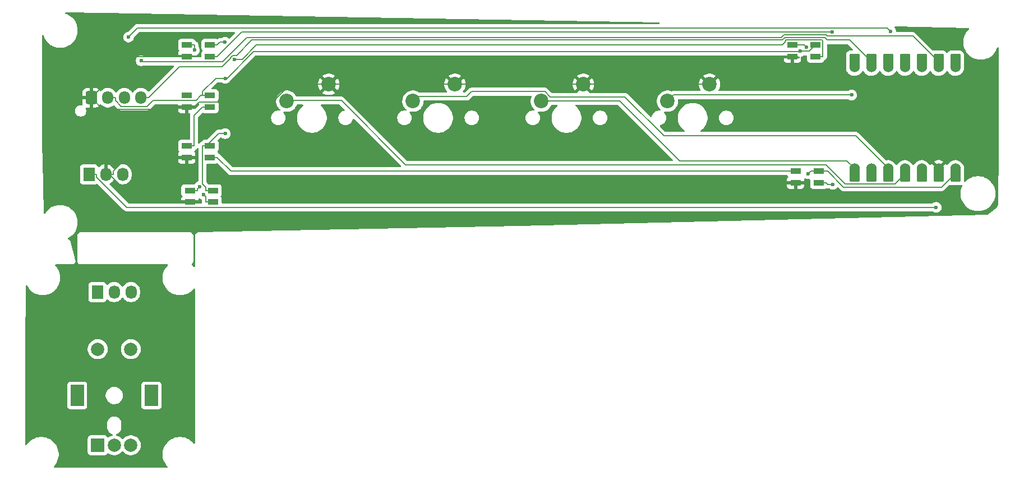
<source format=gbr>
%TF.GenerationSoftware,KiCad,Pcbnew,9.0.2*%
%TF.CreationDate,2025-11-21T15:49:54+05:30*%
%TF.ProjectId,Handpad,48616e64-7061-4642-9e6b-696361645f70,rev?*%
%TF.SameCoordinates,Original*%
%TF.FileFunction,Copper,L1,Top*%
%TF.FilePolarity,Positive*%
%FSLAX46Y46*%
G04 Gerber Fmt 4.6, Leading zero omitted, Abs format (unit mm)*
G04 Created by KiCad (PCBNEW 9.0.2) date 2025-11-21 15:49:54*
%MOMM*%
%LPD*%
G01*
G04 APERTURE LIST*
G04 Aperture macros list*
%AMRoundRect*
0 Rectangle with rounded corners*
0 $1 Rounding radius*
0 $2 $3 $4 $5 $6 $7 $8 $9 X,Y pos of 4 corners*
0 Add a 4 corners polygon primitive as box body*
4,1,4,$2,$3,$4,$5,$6,$7,$8,$9,$2,$3,0*
0 Add four circle primitives for the rounded corners*
1,1,$1+$1,$2,$3*
1,1,$1+$1,$4,$5*
1,1,$1+$1,$6,$7*
1,1,$1+$1,$8,$9*
0 Add four rect primitives between the rounded corners*
20,1,$1+$1,$2,$3,$4,$5,0*
20,1,$1+$1,$4,$5,$6,$7,0*
20,1,$1+$1,$6,$7,$8,$9,0*
20,1,$1+$1,$8,$9,$2,$3,0*%
G04 Aperture macros list end*
%TA.AperFunction,SMDPad,CuDef*%
%ADD10R,1.600000X0.850000*%
%TD*%
%TA.AperFunction,ComponentPad*%
%ADD11R,2.000000X2.000000*%
%TD*%
%TA.AperFunction,ComponentPad*%
%ADD12C,2.000000*%
%TD*%
%TA.AperFunction,ComponentPad*%
%ADD13R,2.000000X3.200000*%
%TD*%
%TA.AperFunction,ComponentPad*%
%ADD14R,1.730000X2.030000*%
%TD*%
%TA.AperFunction,ComponentPad*%
%ADD15O,1.730000X2.030000*%
%TD*%
%TA.AperFunction,ComponentPad*%
%ADD16RoundRect,0.250000X-0.600000X-0.725000X0.600000X-0.725000X0.600000X0.725000X-0.600000X0.725000X0*%
%TD*%
%TA.AperFunction,ComponentPad*%
%ADD17O,1.700000X1.950000*%
%TD*%
%TA.AperFunction,ComponentPad*%
%ADD18C,2.200000*%
%TD*%
%TA.AperFunction,SMDPad,CuDef*%
%ADD19RoundRect,0.152400X0.609600X-1.063600X0.609600X1.063600X-0.609600X1.063600X-0.609600X-1.063600X0*%
%TD*%
%TA.AperFunction,ComponentPad*%
%ADD20C,1.524000*%
%TD*%
%TA.AperFunction,SMDPad,CuDef*%
%ADD21RoundRect,0.152400X-0.609600X1.063600X-0.609600X-1.063600X0.609600X-1.063600X0.609600X1.063600X0*%
%TD*%
%TA.AperFunction,ViaPad*%
%ADD22C,0.600000*%
%TD*%
%TA.AperFunction,Conductor*%
%ADD23C,0.200000*%
%TD*%
G04 APERTURE END LIST*
D10*
%TO.P,D3,1,DOUT*%
%TO.N,Net-(D3-DOUT)*%
X188750000Y-86755000D03*
%TO.P,D3,2,VSS*%
%TO.N,GND*%
X188750000Y-88505000D03*
%TO.P,D3,3,DIN*%
%TO.N,Net-(D2-DOUT)*%
X192250000Y-88505000D03*
%TO.P,D3,4,VDD*%
%TO.N,+5V*%
X192250000Y-86755000D03*
%TD*%
D11*
%TO.P,SW3,A,A*%
%TO.N,Net-(J2-Pin_1)*%
X83860000Y-147200000D03*
D12*
%TO.P,SW3,B,B*%
%TO.N,Net-(J2-Pin_3)*%
X88860000Y-147200000D03*
%TO.P,SW3,C,C*%
%TO.N,Net-(J2-Pin_2)*%
X86360000Y-147200000D03*
D13*
%TO.P,SW3,MP*%
%TO.N,N/C*%
X80760000Y-139700000D03*
X91960000Y-139700000D03*
D12*
%TO.P,SW3,S1*%
X88860000Y-132700000D03*
%TO.P,SW3,S2*%
X83860000Y-132700000D03*
%TD*%
D14*
%TO.P,J3,1,Pin_1*%
%TO.N,EN1*%
X82540000Y-106305000D03*
D15*
%TO.P,J3,2,Pin_2*%
%TO.N,GND*%
X85080000Y-106305000D03*
%TO.P,J3,3,Pin_3*%
%TO.N,EN2*%
X87620000Y-106305000D03*
%TD*%
D16*
%TO.P,J1,1,Pin_1*%
%TO.N,GND*%
X82880000Y-94725000D03*
D17*
%TO.P,J1,2,Pin_2*%
%TO.N,+5V*%
X85380000Y-94725000D03*
%TO.P,J1,3,Pin_3*%
%TO.N,SCL*%
X87880000Y-94725000D03*
%TO.P,J1,4,Pin_4*%
%TO.N,SDA*%
X90380000Y-94725000D03*
%TD*%
D18*
%TO.P,SW4,1,1*%
%TO.N,GND*%
X157170000Y-92710000D03*
%TO.P,SW4,2,2*%
%TO.N,S4*%
X150820000Y-95250000D03*
%TD*%
D10*
%TO.P,D1,1,DOUT*%
%TO.N,Net-(D1-DOUT)*%
X97310000Y-86755000D03*
%TO.P,D1,2,VSS*%
%TO.N,GND*%
X97310000Y-88505000D03*
%TO.P,D1,3,DIN*%
%TO.N,Net-(D1-DIN)*%
X100810000Y-88505000D03*
%TO.P,D1,4,VDD*%
%TO.N,+5V*%
X100810000Y-86755000D03*
%TD*%
%TO.P,D2,1,DOUT*%
%TO.N,Net-(D2-DOUT)*%
X97790000Y-108740000D03*
%TO.P,D2,2,VSS*%
%TO.N,GND*%
X97790000Y-110490000D03*
%TO.P,D2,3,DIN*%
%TO.N,Net-(D1-DOUT)*%
X101290000Y-110490000D03*
%TO.P,D2,4,VDD*%
%TO.N,+5V*%
X101290000Y-108740000D03*
%TD*%
%TO.P,D4,1,DOUT*%
%TO.N,Net-(D4-DOUT)*%
X189230000Y-105805000D03*
%TO.P,D4,2,VSS*%
%TO.N,GND*%
X189230000Y-107555000D03*
%TO.P,D4,3,DIN*%
%TO.N,Net-(D3-DOUT)*%
X192730000Y-107555000D03*
%TO.P,D4,4,VDD*%
%TO.N,+5V*%
X192730000Y-105805000D03*
%TD*%
D18*
%TO.P,SW5,1,1*%
%TO.N,GND*%
X137795000Y-92710000D03*
%TO.P,SW5,2,2*%
%TO.N,S2*%
X131445000Y-95250000D03*
%TD*%
D14*
%TO.P,J2,1,Pin_1*%
%TO.N,Net-(J2-Pin_1)*%
X83810000Y-124085000D03*
D15*
%TO.P,J2,2,Pin_2*%
%TO.N,Net-(J2-Pin_2)*%
X86350000Y-124085000D03*
%TO.P,J2,3,Pin_3*%
%TO.N,Net-(J2-Pin_3)*%
X88890000Y-124085000D03*
%TD*%
D10*
%TO.P,D6,1,DOUT*%
%TO.N,unconnected-(D6-DOUT-Pad1)*%
X97310000Y-94375000D03*
%TO.P,D6,2,VSS*%
%TO.N,GND*%
X97310000Y-96125000D03*
%TO.P,D6,3,DIN*%
%TO.N,Net-(D5-DOUT)*%
X100810000Y-96125000D03*
%TO.P,D6,4,VDD*%
%TO.N,+5V*%
X100810000Y-94375000D03*
%TD*%
D18*
%TO.P,SW6,1,1*%
%TO.N,GND*%
X118745000Y-92710000D03*
%TO.P,SW6,2,2*%
%TO.N,S1*%
X112395000Y-95250000D03*
%TD*%
D19*
%TO.P,U1,1,GPIO26/ADC0/A0*%
%TO.N,EN1*%
X213360000Y-89335000D03*
D20*
X213360000Y-90170000D03*
D19*
%TO.P,U1,2,GPIO27/ADC1/A1*%
%TO.N,EN2*%
X210820000Y-89335000D03*
D20*
X210820000Y-90170000D03*
D19*
%TO.P,U1,3,GPIO28/ADC2/A2*%
%TO.N,unconnected-(U1-GPIO28{slash}ADC2{slash}A2-Pad3)*%
X208280000Y-89335000D03*
D20*
%TO.N,unconnected-(U1-GPIO28{slash}ADC2{slash}A2-Pad3)_1*%
X208280000Y-90170000D03*
D19*
%TO.P,U1,4,GPIO29/ADC3/A3*%
%TO.N,unconnected-(U1-GPIO29{slash}ADC3{slash}A3-Pad4)_1*%
X205740000Y-89335000D03*
D20*
%TO.N,unconnected-(U1-GPIO29{slash}ADC3{slash}A3-Pad4)*%
X205740000Y-90170000D03*
D19*
%TO.P,U1,5,GPIO6/SDA*%
%TO.N,SCL*%
X203200000Y-89335000D03*
D20*
X203200000Y-90170000D03*
D19*
%TO.P,U1,6,GPIO7/SCL*%
%TO.N,SDA*%
X200660000Y-89335000D03*
D20*
X200660000Y-90170000D03*
D19*
%TO.P,U1,7,GPIO0/TX*%
%TO.N,Net-(D1-DIN)*%
X198120000Y-89335000D03*
D20*
X198120000Y-90170000D03*
%TO.P,U1,8,GPIO1/RX*%
%TO.N,S4*%
X198120000Y-105410000D03*
D21*
X198120000Y-106245000D03*
D20*
%TO.P,U1,9,GPIO2/SCK*%
%TO.N,S3*%
X200660000Y-105410000D03*
D21*
X200660000Y-106245000D03*
D20*
%TO.P,U1,10,GPIO4/MISO*%
%TO.N,S2*%
X203200000Y-105410000D03*
D21*
X203200000Y-106245000D03*
D20*
%TO.P,U1,11,GPIO3/MOSI*%
%TO.N,S1*%
X205740000Y-105410000D03*
D21*
X205740000Y-106245000D03*
D20*
%TO.P,U1,12,3V3*%
%TO.N,unconnected-(U1-3V3-Pad12)*%
X208280000Y-105410000D03*
D21*
X208280000Y-106245000D03*
D20*
%TO.P,U1,13,GND*%
%TO.N,GND*%
X210820000Y-105410000D03*
D21*
X210820000Y-106245000D03*
D20*
%TO.P,U1,14,VBUS*%
%TO.N,+5V*%
X213360000Y-105410000D03*
D21*
X213360000Y-106245000D03*
%TD*%
D18*
%TO.P,SW1,1,1*%
%TO.N,GND*%
X176220000Y-92710000D03*
%TO.P,SW1,2,2*%
%TO.N,S3*%
X169870000Y-95250000D03*
%TD*%
D10*
%TO.P,D5,1,DOUT*%
%TO.N,Net-(D5-DOUT)*%
X97310000Y-101995000D03*
%TO.P,D5,2,VSS*%
%TO.N,GND*%
X97310000Y-103745000D03*
%TO.P,D5,3,DIN*%
%TO.N,Net-(D4-DOUT)*%
X100810000Y-103745000D03*
%TO.P,D5,4,VDD*%
%TO.N,+5V*%
X100810000Y-101995000D03*
%TD*%
D22*
%TO.N,Net-(D1-DIN)*%
X194731600Y-84821700D03*
%TO.N,+5V*%
X103103100Y-100163200D03*
X103081600Y-86348300D03*
X189928000Y-87722700D03*
X103103100Y-91792000D03*
X191113300Y-106225100D03*
%TO.N,GND*%
X180852900Y-107555000D03*
X209483600Y-109349900D03*
%TO.N,Net-(D1-DOUT)*%
X98476800Y-87555900D03*
X99826000Y-109328500D03*
%TO.N,Net-(D2-DOUT)*%
X99226000Y-108149200D03*
X104512100Y-88923300D03*
%TO.N,Net-(D3-DOUT)*%
X194868400Y-107820100D03*
X190878000Y-87104400D03*
%TO.N,SCL*%
X203582800Y-84720100D03*
X88517200Y-85572700D03*
%TO.N,S3*%
X197682000Y-94327000D03*
%TO.N,EN1*%
X210455400Y-111286000D03*
%TO.N,EN2*%
X90426800Y-89138800D03*
%TD*%
D23*
%TO.N,Net-(D1-DIN)*%
X194731600Y-84821700D02*
X105595000Y-84821700D01*
X198120000Y-90170000D02*
X198120000Y-89335000D01*
X105595000Y-84821700D02*
X101911700Y-88505000D01*
X100810000Y-88505000D02*
X101911700Y-88505000D01*
%TO.N,+5V*%
X191533400Y-105805000D02*
X191113300Y-106225100D01*
X101667200Y-91792000D02*
X103103100Y-91792000D01*
X102091000Y-100163200D02*
X103103100Y-100163200D01*
X99708300Y-94375000D02*
X99445800Y-94375000D01*
X100810000Y-101995000D02*
X100259200Y-101995000D01*
X102318400Y-86348300D02*
X103081600Y-86348300D01*
X213360000Y-105410000D02*
X213360000Y-105990500D01*
X100259200Y-101995000D02*
X99708300Y-101995000D01*
X99445800Y-94375000D02*
X98719100Y-95101700D01*
X211263100Y-108223300D02*
X196456300Y-108223300D01*
X101290000Y-108740000D02*
X100188300Y-108740000D01*
X189928000Y-87722700D02*
X191282300Y-87722700D01*
X91323300Y-96033900D02*
X87388900Y-96033900D01*
X99708300Y-107780600D02*
X99708300Y-101995000D01*
X98719100Y-95101700D02*
X92255500Y-95101700D01*
X213360000Y-106126400D02*
X211263100Y-108223300D01*
X213360000Y-105990500D02*
X213360000Y-106126400D01*
X100188300Y-108740000D02*
X100188300Y-108260600D01*
X213360000Y-105990500D02*
X213360000Y-106245000D01*
X100259200Y-101995000D02*
X102091000Y-100163200D01*
X100810000Y-94375000D02*
X99708300Y-94375000D01*
X99708300Y-93750900D02*
X101667200Y-91792000D01*
X192730000Y-105805000D02*
X191533400Y-105805000D01*
X92255500Y-95101700D02*
X91323300Y-96033900D01*
X87388900Y-96033900D02*
X86531700Y-95176700D01*
X196456300Y-108223300D02*
X194038000Y-105805000D01*
X103374200Y-91792000D02*
X107387900Y-87778300D01*
X86531700Y-95176700D02*
X86531700Y-94725000D01*
X100188300Y-108260600D02*
X99708300Y-107780600D01*
X85380000Y-94725000D02*
X86531700Y-94725000D01*
X107387900Y-87778300D02*
X189872400Y-87778300D01*
X100810000Y-86755000D02*
X101911700Y-86755000D01*
X103103100Y-91792000D02*
X103374200Y-91792000D01*
X99708300Y-94375000D02*
X99708300Y-93750900D01*
X194038000Y-105805000D02*
X192730000Y-105805000D01*
X101911700Y-86755000D02*
X102318400Y-86348300D01*
X189872400Y-87778300D02*
X189928000Y-87722700D01*
X191282300Y-87722700D02*
X192250000Y-86755000D01*
%TO.N,GND*%
X88333600Y-103745100D02*
X96208300Y-103745100D01*
X98411700Y-96125000D02*
X99138400Y-95398300D01*
X85080000Y-106305000D02*
X85592700Y-106305000D01*
X192126600Y-109349900D02*
X190331700Y-107555000D01*
X82880000Y-94725000D02*
X84624300Y-96469300D01*
X97310000Y-88505000D02*
X89100000Y-88505000D01*
X89777700Y-110490000D02*
X97790000Y-110490000D01*
X97310000Y-96125000D02*
X98411700Y-96125000D01*
X99138400Y-95398300D02*
X110264400Y-95398300D01*
X118745000Y-92710000D02*
X137795000Y-92710000D01*
X209483600Y-109349900D02*
X192126600Y-109349900D01*
X97310000Y-96125000D02*
X96208300Y-96125000D01*
X189230000Y-107555000D02*
X190331700Y-107555000D01*
X176220000Y-92710000D02*
X157170000Y-92710000D01*
X84624300Y-96469300D02*
X95864000Y-96469300D01*
X180425000Y-88505000D02*
X176220000Y-92710000D01*
X188750000Y-88505000D02*
X180425000Y-88505000D01*
X86246700Y-105832000D02*
X88333600Y-103745100D01*
X157170000Y-92710000D02*
X137795000Y-92710000D01*
X85592700Y-106305000D02*
X86246700Y-106305000D01*
X112952700Y-92710000D02*
X118745000Y-92710000D01*
X110264400Y-95398300D02*
X112952700Y-92710000D01*
X97310000Y-103745000D02*
X96208300Y-103745000D01*
X85592700Y-106305000D02*
X89777700Y-110490000D01*
X96208300Y-103745100D02*
X96208300Y-103745000D01*
X189230000Y-107555000D02*
X180852900Y-107555000D01*
X89100000Y-88505000D02*
X82880000Y-94725000D01*
X95864000Y-96469300D02*
X96208300Y-96125000D01*
X210820000Y-105410000D02*
X210820000Y-106245000D01*
X86246700Y-106305000D02*
X86246700Y-105832000D01*
%TO.N,Net-(D1-DOUT)*%
X100188300Y-110490000D02*
X100188300Y-109690800D01*
X97310000Y-86755000D02*
X98411700Y-86755000D01*
X98476800Y-86820100D02*
X98411700Y-86755000D01*
X101290000Y-110490000D02*
X100188300Y-110490000D01*
X98476800Y-87555900D02*
X98476800Y-86820100D01*
X100188300Y-109690800D02*
X99826000Y-109328500D01*
%TO.N,Net-(D2-DOUT)*%
X98891700Y-108483500D02*
X98891700Y-108740000D01*
X192250000Y-88505000D02*
X193351700Y-88505000D01*
X97790000Y-108740000D02*
X98891700Y-108740000D01*
X193351700Y-88505000D02*
X193351700Y-86154700D01*
X193225300Y-86028300D02*
X187825000Y-86028300D01*
X193351700Y-86154700D02*
X193225300Y-86028300D01*
X107836500Y-86761700D02*
X105674900Y-88923300D01*
X99226000Y-108149200D02*
X98891700Y-108483500D01*
X187204100Y-86761700D02*
X107836500Y-86761700D01*
X105674900Y-88923300D02*
X104512100Y-88923300D01*
X187648300Y-86205000D02*
X187648300Y-86317500D01*
X187825000Y-86028300D02*
X187648300Y-86205000D01*
X187648300Y-86317500D02*
X187204100Y-86761700D01*
%TO.N,Net-(D3-DOUT)*%
X188750000Y-86755000D02*
X190528600Y-86755000D01*
X194868400Y-107820100D02*
X194096800Y-107820100D01*
X194096800Y-107820100D02*
X193831700Y-107555000D01*
X190528600Y-86755000D02*
X190878000Y-87104400D01*
X192730000Y-107555000D02*
X193831700Y-107555000D01*
%TO.N,Net-(D4-DOUT)*%
X101911700Y-103745000D02*
X103971700Y-105805000D01*
X103971700Y-105805000D02*
X189230000Y-105805000D01*
X100810000Y-103745000D02*
X101911700Y-103745000D01*
%TO.N,Net-(D5-DOUT)*%
X97310000Y-101995000D02*
X98411700Y-101995000D01*
X98411700Y-101995000D02*
X98411700Y-97421600D01*
X98411700Y-97421600D02*
X99708300Y-96125000D01*
X100810000Y-96125000D02*
X99708300Y-96125000D01*
%TO.N,SDA*%
X187423300Y-85862000D02*
X187257000Y-86028300D01*
X103910400Y-88778200D02*
X102614800Y-90073800D01*
X90380000Y-94725000D02*
X91531700Y-94725000D01*
X187658700Y-85626600D02*
X187423300Y-85862000D01*
X187257000Y-86028300D02*
X107110800Y-86028300D01*
X104263000Y-88321600D02*
X103910400Y-88674200D01*
X102614800Y-90073800D02*
X96182900Y-90073800D01*
X197353300Y-86028300D02*
X194030300Y-86028300D01*
X107110800Y-86028300D02*
X104817500Y-88321600D01*
X194030300Y-86028300D02*
X193628600Y-85626600D01*
X104817500Y-88321600D02*
X104263000Y-88321600D01*
X200660000Y-89335000D02*
X197353300Y-86028300D01*
X193628600Y-85626600D02*
X187658700Y-85626600D01*
X103910400Y-88674200D02*
X103910400Y-88778200D01*
X187423300Y-85862000D02*
X187257000Y-86028300D01*
X200660000Y-90170000D02*
X200660000Y-89335000D01*
X96182900Y-90073800D02*
X91531700Y-94725000D01*
%TO.N,SCL*%
X203082600Y-84219900D02*
X203582800Y-84720100D01*
X88517200Y-85572700D02*
X89870000Y-84219900D01*
X203200000Y-89335000D02*
X203200000Y-90170000D01*
X89870000Y-84219900D02*
X203082600Y-84219900D01*
%TO.N,S3*%
X170793000Y-94327000D02*
X197682000Y-94327000D01*
X169870000Y-95250000D02*
X170793000Y-94327000D01*
X200660000Y-106245000D02*
X200660000Y-105410000D01*
%TO.N,EN1*%
X88250200Y-111286000D02*
X210455400Y-111286000D01*
X213360000Y-90170000D02*
X213360000Y-89335000D01*
X82540000Y-106305000D02*
X83706700Y-106305000D01*
X83706700Y-106305000D02*
X83706700Y-106742500D01*
X83706700Y-106742500D02*
X88250200Y-111286000D01*
%TO.N,EN2*%
X210820000Y-90170000D02*
X210820000Y-89335000D01*
X193794900Y-85224900D02*
X187492400Y-85224900D01*
X193996600Y-85426600D02*
X193794900Y-85224900D01*
X187257000Y-85460300D02*
X187090700Y-85626600D01*
X187257000Y-85460300D02*
X187090700Y-85626600D01*
X106390000Y-85626600D02*
X102760900Y-89255700D01*
X90543700Y-89255700D02*
X90426800Y-89138800D01*
X187492400Y-85224900D02*
X187257000Y-85460300D01*
X102760900Y-89255700D02*
X90543700Y-89255700D01*
X210820000Y-89335000D02*
X206911600Y-85426600D01*
X187090700Y-85626600D02*
X106390000Y-85626600D01*
X206911600Y-85426600D02*
X193996600Y-85426600D01*
%TO.N,S4*%
X198120000Y-106245000D02*
X198120000Y-105410000D01*
X171736200Y-104284200D02*
X162653500Y-95201500D01*
X150868500Y-95201500D02*
X150820000Y-95250000D01*
X198120000Y-105410000D02*
X196994200Y-104284200D01*
X196994200Y-104284200D02*
X171736200Y-104284200D01*
X162653500Y-95201500D02*
X150868500Y-95201500D01*
%TO.N,S2*%
X140289100Y-93820800D02*
X151373200Y-93820800D01*
X139566500Y-94543400D02*
X140289100Y-93820800D01*
X152149700Y-94597300D02*
X163425000Y-94597300D01*
X198291000Y-100501000D02*
X203200000Y-105410000D01*
X151373200Y-93820800D02*
X152149700Y-94597300D01*
X203200000Y-106245000D02*
X203200000Y-105410000D01*
X169328700Y-100501000D02*
X198291000Y-100501000D01*
X163425000Y-94597300D02*
X169328700Y-100501000D01*
X132151600Y-94543400D02*
X139566500Y-94543400D01*
X131445000Y-95250000D02*
X132151600Y-94543400D01*
%TO.N,S1*%
X205740000Y-106245000D02*
X204211800Y-107773200D01*
X120640200Y-95162800D02*
X112482200Y-95162800D01*
X193812500Y-104885800D02*
X130363200Y-104885800D01*
X204211800Y-107773200D02*
X196699900Y-107773200D01*
X205740000Y-105410000D02*
X205740000Y-106245000D01*
X130363200Y-104885800D02*
X120640200Y-95162800D01*
X196699900Y-107773200D02*
X193812500Y-104885800D01*
X112482200Y-95162800D02*
X112395000Y-95250000D01*
%TO.N,unconnected-(U1-3V3-Pad12)*%
X208280000Y-106245000D02*
X208280000Y-105410000D01*
%TD*%
%TA.AperFunction,Conductor*%
%TO.N,GND*%
G36*
X94128750Y-123413424D02*
G01*
X94147993Y-123444049D01*
X94285371Y-123616315D01*
X94314979Y-123653444D01*
X94332138Y-123674960D01*
X94540979Y-123883801D01*
X94771890Y-124067946D01*
X95021967Y-124225079D01*
X95288064Y-124353225D01*
X95288070Y-124353227D01*
X95566824Y-124450768D01*
X95566836Y-124450772D01*
X95854777Y-124516492D01*
X96148261Y-124549560D01*
X96148262Y-124549561D01*
X96148266Y-124549561D01*
X96443616Y-124549561D01*
X96443616Y-124549560D01*
X96737101Y-124516492D01*
X97025042Y-124450772D01*
X97303814Y-124353225D01*
X97569911Y-124225079D01*
X97819988Y-124067946D01*
X98050899Y-123883801D01*
X98259740Y-123674960D01*
X98259746Y-123674953D01*
X98338553Y-123576132D01*
X98395741Y-123535991D01*
X98465552Y-123533141D01*
X98525822Y-123568486D01*
X98557416Y-123630805D01*
X98559500Y-123653444D01*
X98559500Y-124404050D01*
X94600000Y-124800000D01*
X94073247Y-123325092D01*
X94128750Y-123413424D01*
G37*
%TD.AperFunction*%
%TA.AperFunction,Conductor*%
G36*
X93666378Y-122067677D02*
G01*
X93685830Y-122240325D01*
X93600000Y-122000000D01*
X93666378Y-121886209D01*
X93666378Y-122067677D01*
G37*
%TD.AperFunction*%
%TA.AperFunction,Conductor*%
G36*
X98452178Y-120304357D02*
G01*
X98417853Y-120309293D01*
X98354297Y-120280268D01*
X98338553Y-120263868D01*
X98259740Y-120165040D01*
X98070767Y-119976067D01*
X98037282Y-119914744D01*
X98042266Y-119845052D01*
X98068899Y-119802613D01*
X98081129Y-119789844D01*
X98097314Y-119780500D01*
X98159271Y-119718542D01*
X98452178Y-120304357D01*
G37*
%TD.AperFunction*%
%TD*%
%TA.AperFunction,Conductor*%
%TO.N,GND*%
G36*
X80813609Y-115376810D02*
G01*
X80813609Y-115376811D01*
X80813608Y-115376813D01*
X80813608Y-115376814D01*
X80779500Y-115504108D01*
X80779500Y-119445892D01*
X80781557Y-119453569D01*
X80813608Y-119573187D01*
X80846554Y-119630250D01*
X80879500Y-119687314D01*
X80972686Y-119780500D01*
X80972687Y-119780501D01*
X80972689Y-119780502D01*
X80998225Y-119795245D01*
X80998182Y-119800000D01*
X80468843Y-119800000D01*
X80422750Y-119666094D01*
X80441533Y-119633561D01*
X80473369Y-119580327D01*
X80474437Y-119576571D01*
X80476392Y-119573186D01*
X80492243Y-119514023D01*
X80492667Y-119512486D01*
X80509429Y-119453572D01*
X80509429Y-119453568D01*
X80509589Y-119452484D01*
X80510127Y-119448832D01*
X80510127Y-119448830D01*
X80510131Y-119448806D01*
X80510315Y-119447553D01*
X80510359Y-119446957D01*
X80510498Y-119445897D01*
X80510500Y-119445892D01*
X80510500Y-119383846D01*
X80511453Y-119321803D01*
X80510500Y-119318014D01*
X80510500Y-119314108D01*
X80494680Y-119255067D01*
X80494212Y-119253266D01*
X80400191Y-118879500D01*
X79815692Y-116555923D01*
X79812917Y-116527521D01*
X79799684Y-116492283D01*
X79790504Y-116455789D01*
X79776618Y-116430862D01*
X79766587Y-116404149D01*
X79744690Y-116373544D01*
X79741282Y-116367426D01*
X79741281Y-116367425D01*
X79726374Y-116340663D01*
X79712951Y-116326821D01*
X79701123Y-116312649D01*
X79689911Y-116296978D01*
X79689908Y-116296975D01*
X79689906Y-116296972D01*
X79677921Y-116287121D01*
X79666236Y-116277516D01*
X79666236Y-116277517D01*
X79660828Y-116273072D01*
X79634630Y-116246056D01*
X79610140Y-116231410D01*
X79588097Y-116213293D01*
X79588095Y-116213292D01*
X79560193Y-116200624D01*
X79560193Y-116200623D01*
X79553818Y-116197729D01*
X79521527Y-116178419D01*
X79494089Y-116170613D01*
X79485659Y-116166786D01*
X79485657Y-116166785D01*
X79468105Y-116158816D01*
X79468101Y-116158815D01*
X79450812Y-116155947D01*
X79437875Y-116153801D01*
X79424242Y-116150741D01*
X79409681Y-116146599D01*
X79375232Y-116124870D01*
X80856990Y-115301671D01*
X80813609Y-115376810D01*
G37*
%TD.AperFunction*%
%TD*%
%TA.AperFunction,Conductor*%
%TO.N,GND*%
G36*
X80468843Y-119800000D02*
G01*
X80998182Y-119800000D01*
X80998225Y-119795245D01*
X81086814Y-119846392D01*
X81214108Y-119880500D01*
X81345892Y-119880500D01*
X94317316Y-119880500D01*
X94384355Y-119900185D01*
X94430110Y-119952989D01*
X94440054Y-120022147D01*
X94411029Y-120085703D01*
X94404997Y-120092181D01*
X94332137Y-120165040D01*
X94147992Y-120395952D01*
X93990858Y-120646030D01*
X93862717Y-120912117D01*
X93862711Y-120912131D01*
X93765170Y-121190885D01*
X93765166Y-121190897D01*
X93699447Y-121478834D01*
X93699445Y-121478850D01*
X93666378Y-121772322D01*
X93666378Y-121886209D01*
X93600000Y-122000000D01*
X93685831Y-122240328D01*
X93699445Y-122361149D01*
X93699447Y-122361165D01*
X93765166Y-122649102D01*
X93765170Y-122649114D01*
X93862711Y-122927868D01*
X93862717Y-122927882D01*
X93990858Y-123193969D01*
X93990860Y-123193972D01*
X94073246Y-123325089D01*
X94600000Y-124800000D01*
X98559500Y-124404050D01*
X98559500Y-146856555D01*
X98539815Y-146923594D01*
X98487011Y-146969349D01*
X98417853Y-146979293D01*
X98354297Y-146950268D01*
X98338553Y-146933868D01*
X98259740Y-146835040D01*
X98050898Y-146626198D01*
X97992254Y-146579432D01*
X97819988Y-146442054D01*
X97569911Y-146284921D01*
X97569908Y-146284919D01*
X97303821Y-146156778D01*
X97303807Y-146156772D01*
X97025053Y-146059231D01*
X97025041Y-146059227D01*
X96737104Y-145993508D01*
X96737088Y-145993506D01*
X96443616Y-145960439D01*
X96443612Y-145960439D01*
X96148266Y-145960439D01*
X96148262Y-145960439D01*
X95854789Y-145993506D01*
X95854773Y-145993508D01*
X95566836Y-146059227D01*
X95566824Y-146059231D01*
X95288070Y-146156772D01*
X95288056Y-146156778D01*
X95021969Y-146284919D01*
X94771891Y-146442053D01*
X94540979Y-146626198D01*
X94332137Y-146835040D01*
X94147992Y-147065952D01*
X93990858Y-147316030D01*
X93862717Y-147582117D01*
X93862711Y-147582131D01*
X93765170Y-147860885D01*
X93765166Y-147860897D01*
X93699447Y-148148834D01*
X93699445Y-148148850D01*
X93666378Y-148442322D01*
X93666378Y-148737677D01*
X93699445Y-149031149D01*
X93699447Y-149031165D01*
X93765166Y-149319102D01*
X93765170Y-149319114D01*
X93862711Y-149597868D01*
X93862717Y-149597882D01*
X93990858Y-149863969D01*
X93990860Y-149863972D01*
X94147993Y-150114049D01*
X94183133Y-150158113D01*
X94332137Y-150344959D01*
X94404997Y-150417819D01*
X94438482Y-150479142D01*
X94433498Y-150548834D01*
X94391626Y-150604767D01*
X94326162Y-150629184D01*
X94317316Y-150629500D01*
X77319562Y-150629500D01*
X77252523Y-150609815D01*
X77206768Y-150557011D01*
X77196824Y-150487853D01*
X77225849Y-150424297D01*
X77231881Y-150417819D01*
X77304740Y-150344960D01*
X77488885Y-150114049D01*
X77646018Y-149863972D01*
X77774164Y-149597875D01*
X77871711Y-149319103D01*
X77937431Y-149031162D01*
X77970500Y-148737673D01*
X77970500Y-148442327D01*
X77937431Y-148148838D01*
X77871711Y-147860897D01*
X77774164Y-147582125D01*
X77646018Y-147316028D01*
X77488885Y-147065951D01*
X77304740Y-146835040D01*
X77095899Y-146626199D01*
X77093145Y-146624003D01*
X77037254Y-146579432D01*
X76864988Y-146442054D01*
X76614911Y-146284921D01*
X76614908Y-146284919D01*
X76564255Y-146260526D01*
X76348821Y-146156778D01*
X76348807Y-146156772D01*
X76335555Y-146152135D01*
X82359500Y-146152135D01*
X82359500Y-148247870D01*
X82359501Y-148247876D01*
X82365908Y-148307483D01*
X82416202Y-148442328D01*
X82416206Y-148442335D01*
X82502452Y-148557544D01*
X82502455Y-148557547D01*
X82617664Y-148643793D01*
X82617671Y-148643797D01*
X82752517Y-148694091D01*
X82752516Y-148694091D01*
X82759444Y-148694835D01*
X82812127Y-148700500D01*
X84907872Y-148700499D01*
X84967483Y-148694091D01*
X85102331Y-148643796D01*
X85217546Y-148557546D01*
X85303796Y-148442331D01*
X85303796Y-148442328D01*
X85305689Y-148439801D01*
X85361623Y-148397930D01*
X85431315Y-148392946D01*
X85477840Y-148413793D01*
X85573567Y-148483343D01*
X85672991Y-148534002D01*
X85784003Y-148590566D01*
X85784005Y-148590566D01*
X85784008Y-148590568D01*
X85904412Y-148629689D01*
X86008631Y-148663553D01*
X86241903Y-148700500D01*
X86241908Y-148700500D01*
X86478097Y-148700500D01*
X86711368Y-148663553D01*
X86935992Y-148590568D01*
X87146433Y-148483343D01*
X87337510Y-148344517D01*
X87504517Y-148177510D01*
X87509682Y-148170401D01*
X87565012Y-148127735D01*
X87634625Y-148121756D01*
X87696420Y-148154362D01*
X87710318Y-148170401D01*
X87715483Y-148177510D01*
X87882490Y-148344517D01*
X88073567Y-148483343D01*
X88172991Y-148534002D01*
X88284003Y-148590566D01*
X88284005Y-148590566D01*
X88284008Y-148590568D01*
X88404412Y-148629689D01*
X88508631Y-148663553D01*
X88741903Y-148700500D01*
X88741908Y-148700500D01*
X88978097Y-148700500D01*
X89211368Y-148663553D01*
X89435992Y-148590568D01*
X89646433Y-148483343D01*
X89837510Y-148344517D01*
X90004517Y-148177510D01*
X90143343Y-147986433D01*
X90250568Y-147775992D01*
X90323553Y-147551368D01*
X90355188Y-147351633D01*
X90360500Y-147318097D01*
X90360500Y-147081902D01*
X90323553Y-146848631D01*
X90251280Y-146626199D01*
X90250568Y-146624008D01*
X90250566Y-146624005D01*
X90250566Y-146624003D01*
X90194002Y-146512991D01*
X90143343Y-146413567D01*
X90004517Y-146222490D01*
X89837510Y-146055483D01*
X89646433Y-145916657D01*
X89435996Y-145809433D01*
X89211368Y-145736446D01*
X88978097Y-145699500D01*
X88978092Y-145699500D01*
X88741908Y-145699500D01*
X88741903Y-145699500D01*
X88508631Y-145736446D01*
X88284003Y-145809433D01*
X88073566Y-145916657D01*
X88017119Y-145957669D01*
X87882490Y-146055483D01*
X87882488Y-146055485D01*
X87882487Y-146055485D01*
X87715482Y-146222490D01*
X87710315Y-146229603D01*
X87654983Y-146272266D01*
X87585370Y-146278242D01*
X87523576Y-146245634D01*
X87509685Y-146229603D01*
X87504517Y-146222490D01*
X87337512Y-146055485D01*
X87337510Y-146055483D01*
X87146433Y-145916657D01*
X86935996Y-145809433D01*
X86711363Y-145736445D01*
X86708105Y-145735663D01*
X86706995Y-145735025D01*
X86706734Y-145734941D01*
X86706751Y-145734886D01*
X86647513Y-145700873D01*
X86615348Y-145638847D01*
X86621823Y-145569278D01*
X86664882Y-145514254D01*
X86689592Y-145500531D01*
X86857598Y-145430941D01*
X87029655Y-145315977D01*
X87175977Y-145169655D01*
X87290941Y-144997598D01*
X87370130Y-144806420D01*
X87410500Y-144603465D01*
X87410500Y-143796535D01*
X87370130Y-143593580D01*
X87290941Y-143402402D01*
X87175977Y-143230345D01*
X87175975Y-143230342D01*
X87029657Y-143084024D01*
X86943626Y-143026541D01*
X86857598Y-142969059D01*
X86666420Y-142889870D01*
X86666412Y-142889868D01*
X86463469Y-142849500D01*
X86463465Y-142849500D01*
X86256535Y-142849500D01*
X86256530Y-142849500D01*
X86053587Y-142889868D01*
X86053579Y-142889870D01*
X85862403Y-142969058D01*
X85690342Y-143084024D01*
X85544024Y-143230342D01*
X85429058Y-143402403D01*
X85349870Y-143593579D01*
X85349868Y-143593587D01*
X85309500Y-143796530D01*
X85309500Y-144603469D01*
X85349868Y-144806412D01*
X85349870Y-144806420D01*
X85429058Y-144997596D01*
X85544024Y-145169657D01*
X85690342Y-145315975D01*
X85862405Y-145430943D01*
X85965943Y-145473829D01*
X86030401Y-145500528D01*
X86084804Y-145544369D01*
X86106869Y-145610663D01*
X86089590Y-145678362D01*
X86038453Y-145725973D01*
X86011897Y-145735662D01*
X86008641Y-145736443D01*
X85784003Y-145809433D01*
X85573563Y-145916659D01*
X85477841Y-145986205D01*
X85412035Y-146009685D01*
X85343981Y-145993859D01*
X85305690Y-145960198D01*
X85217547Y-145842455D01*
X85217544Y-145842452D01*
X85102335Y-145756206D01*
X85102328Y-145756202D01*
X84967482Y-145705908D01*
X84967483Y-145705908D01*
X84907883Y-145699501D01*
X84907881Y-145699500D01*
X84907873Y-145699500D01*
X84907864Y-145699500D01*
X82812129Y-145699500D01*
X82812123Y-145699501D01*
X82752516Y-145705908D01*
X82617671Y-145756202D01*
X82617664Y-145756206D01*
X82502455Y-145842452D01*
X82502452Y-145842455D01*
X82416206Y-145957664D01*
X82416202Y-145957671D01*
X82365908Y-146092517D01*
X82359501Y-146152116D01*
X82359500Y-146152135D01*
X76335555Y-146152135D01*
X76070053Y-146059231D01*
X76070041Y-146059227D01*
X75782104Y-145993508D01*
X75782088Y-145993506D01*
X75488616Y-145960439D01*
X75488612Y-145960439D01*
X75193266Y-145960439D01*
X75193262Y-145960439D01*
X74899789Y-145993506D01*
X74899773Y-145993508D01*
X74611836Y-146059227D01*
X74611824Y-146059231D01*
X74333070Y-146156772D01*
X74333056Y-146156778D01*
X74066969Y-146284919D01*
X73816891Y-146442053D01*
X73585979Y-146626198D01*
X73377137Y-146835040D01*
X73192992Y-147065952D01*
X73119494Y-147182924D01*
X73067159Y-147229215D01*
X72998106Y-147239863D01*
X72934257Y-147211488D01*
X72895885Y-147153099D01*
X72890500Y-147116952D01*
X72890500Y-138052135D01*
X79259500Y-138052135D01*
X79259500Y-141347870D01*
X79259501Y-141347876D01*
X79265908Y-141407483D01*
X79316202Y-141542328D01*
X79316206Y-141542335D01*
X79402452Y-141657544D01*
X79402455Y-141657547D01*
X79517664Y-141743793D01*
X79517671Y-141743797D01*
X79652517Y-141794091D01*
X79652516Y-141794091D01*
X79659444Y-141794835D01*
X79712127Y-141800500D01*
X81807872Y-141800499D01*
X81867483Y-141794091D01*
X82002331Y-141743796D01*
X82117546Y-141657546D01*
X82203796Y-141542331D01*
X82254091Y-141407483D01*
X82260500Y-141347873D01*
X82260499Y-139597648D01*
X85059500Y-139597648D01*
X85059500Y-139802351D01*
X85091522Y-140004534D01*
X85154781Y-140199223D01*
X85247715Y-140381613D01*
X85368028Y-140547213D01*
X85512786Y-140691971D01*
X85667749Y-140804556D01*
X85678390Y-140812287D01*
X85794607Y-140871503D01*
X85860776Y-140905218D01*
X85860778Y-140905218D01*
X85860781Y-140905220D01*
X85965137Y-140939127D01*
X86055465Y-140968477D01*
X86156557Y-140984488D01*
X86257648Y-141000500D01*
X86257649Y-141000500D01*
X86462351Y-141000500D01*
X86462352Y-141000500D01*
X86664534Y-140968477D01*
X86859219Y-140905220D01*
X87041610Y-140812287D01*
X87134590Y-140744732D01*
X87207213Y-140691971D01*
X87207215Y-140691968D01*
X87207219Y-140691966D01*
X87351966Y-140547219D01*
X87351968Y-140547215D01*
X87351971Y-140547213D01*
X87404732Y-140474590D01*
X87472287Y-140381610D01*
X87565220Y-140199219D01*
X87628477Y-140004534D01*
X87660500Y-139802352D01*
X87660500Y-139597648D01*
X87628477Y-139395466D01*
X87565220Y-139200781D01*
X87565218Y-139200778D01*
X87565218Y-139200776D01*
X87531503Y-139134607D01*
X87472287Y-139018390D01*
X87464556Y-139007749D01*
X87351971Y-138852786D01*
X87207213Y-138708028D01*
X87041613Y-138587715D01*
X87041612Y-138587714D01*
X87041610Y-138587713D01*
X86984653Y-138558691D01*
X86859223Y-138494781D01*
X86664534Y-138431522D01*
X86489995Y-138403878D01*
X86462352Y-138399500D01*
X86257648Y-138399500D01*
X86233329Y-138403351D01*
X86055465Y-138431522D01*
X85860776Y-138494781D01*
X85678386Y-138587715D01*
X85512786Y-138708028D01*
X85368028Y-138852786D01*
X85247715Y-139018386D01*
X85154781Y-139200776D01*
X85091522Y-139395465D01*
X85059500Y-139597648D01*
X82260499Y-139597648D01*
X82260499Y-138052135D01*
X90459500Y-138052135D01*
X90459500Y-141347870D01*
X90459501Y-141347876D01*
X90465908Y-141407483D01*
X90516202Y-141542328D01*
X90516206Y-141542335D01*
X90602452Y-141657544D01*
X90602455Y-141657547D01*
X90717664Y-141743793D01*
X90717671Y-141743797D01*
X90852517Y-141794091D01*
X90852516Y-141794091D01*
X90859444Y-141794835D01*
X90912127Y-141800500D01*
X93007872Y-141800499D01*
X93067483Y-141794091D01*
X93202331Y-141743796D01*
X93317546Y-141657546D01*
X93403796Y-141542331D01*
X93454091Y-141407483D01*
X93460500Y-141347873D01*
X93460499Y-138052128D01*
X93454091Y-137992517D01*
X93403796Y-137857669D01*
X93403795Y-137857668D01*
X93403793Y-137857664D01*
X93317547Y-137742455D01*
X93317544Y-137742452D01*
X93202335Y-137656206D01*
X93202328Y-137656202D01*
X93067482Y-137605908D01*
X93067483Y-137605908D01*
X93007883Y-137599501D01*
X93007881Y-137599500D01*
X93007873Y-137599500D01*
X93007864Y-137599500D01*
X90912129Y-137599500D01*
X90912123Y-137599501D01*
X90852516Y-137605908D01*
X90717671Y-137656202D01*
X90717664Y-137656206D01*
X90602455Y-137742452D01*
X90602452Y-137742455D01*
X90516206Y-137857664D01*
X90516202Y-137857671D01*
X90465908Y-137992517D01*
X90459501Y-138052116D01*
X90459501Y-138052123D01*
X90459500Y-138052135D01*
X82260499Y-138052135D01*
X82260499Y-138052128D01*
X82254091Y-137992517D01*
X82203796Y-137857669D01*
X82203795Y-137857668D01*
X82203793Y-137857664D01*
X82117547Y-137742455D01*
X82117544Y-137742452D01*
X82002335Y-137656206D01*
X82002328Y-137656202D01*
X81867482Y-137605908D01*
X81867483Y-137605908D01*
X81807883Y-137599501D01*
X81807881Y-137599500D01*
X81807873Y-137599500D01*
X81807864Y-137599500D01*
X79712129Y-137599500D01*
X79712123Y-137599501D01*
X79652516Y-137605908D01*
X79517671Y-137656202D01*
X79517664Y-137656206D01*
X79402455Y-137742452D01*
X79402452Y-137742455D01*
X79316206Y-137857664D01*
X79316202Y-137857671D01*
X79265908Y-137992517D01*
X79259501Y-138052116D01*
X79259501Y-138052123D01*
X79259500Y-138052135D01*
X72890500Y-138052135D01*
X72890500Y-136387410D01*
X72890503Y-136386561D01*
X72911808Y-133275996D01*
X72916562Y-132581902D01*
X82359500Y-132581902D01*
X82359500Y-132818097D01*
X82396446Y-133051368D01*
X82469433Y-133275996D01*
X82576657Y-133486433D01*
X82715483Y-133677510D01*
X82882490Y-133844517D01*
X83073567Y-133983343D01*
X83172991Y-134034002D01*
X83284003Y-134090566D01*
X83284005Y-134090566D01*
X83284008Y-134090568D01*
X83404412Y-134129689D01*
X83508631Y-134163553D01*
X83741903Y-134200500D01*
X83741908Y-134200500D01*
X83978097Y-134200500D01*
X84211368Y-134163553D01*
X84435992Y-134090568D01*
X84646433Y-133983343D01*
X84837510Y-133844517D01*
X85004517Y-133677510D01*
X85143343Y-133486433D01*
X85250568Y-133275992D01*
X85323553Y-133051368D01*
X85360500Y-132818097D01*
X85360500Y-132581902D01*
X87359500Y-132581902D01*
X87359500Y-132818097D01*
X87396446Y-133051368D01*
X87469433Y-133275996D01*
X87576657Y-133486433D01*
X87715483Y-133677510D01*
X87882490Y-133844517D01*
X88073567Y-133983343D01*
X88172991Y-134034002D01*
X88284003Y-134090566D01*
X88284005Y-134090566D01*
X88284008Y-134090568D01*
X88404412Y-134129689D01*
X88508631Y-134163553D01*
X88741903Y-134200500D01*
X88741908Y-134200500D01*
X88978097Y-134200500D01*
X89211368Y-134163553D01*
X89435992Y-134090568D01*
X89646433Y-133983343D01*
X89837510Y-133844517D01*
X90004517Y-133677510D01*
X90143343Y-133486433D01*
X90250568Y-133275992D01*
X90323553Y-133051368D01*
X90360500Y-132818097D01*
X90360500Y-132581902D01*
X90323553Y-132348631D01*
X90250566Y-132124003D01*
X90143342Y-131913566D01*
X90004517Y-131722490D01*
X89837510Y-131555483D01*
X89646433Y-131416657D01*
X89435996Y-131309433D01*
X89211368Y-131236446D01*
X88978097Y-131199500D01*
X88978092Y-131199500D01*
X88741908Y-131199500D01*
X88741903Y-131199500D01*
X88508631Y-131236446D01*
X88284003Y-131309433D01*
X88073566Y-131416657D01*
X87964550Y-131495862D01*
X87882490Y-131555483D01*
X87882488Y-131555485D01*
X87882487Y-131555485D01*
X87715485Y-131722487D01*
X87715485Y-131722488D01*
X87715483Y-131722490D01*
X87655862Y-131804550D01*
X87576657Y-131913566D01*
X87469433Y-132124003D01*
X87396446Y-132348631D01*
X87359500Y-132581902D01*
X85360500Y-132581902D01*
X85323553Y-132348631D01*
X85250566Y-132124003D01*
X85143342Y-131913566D01*
X85004517Y-131722490D01*
X84837510Y-131555483D01*
X84646433Y-131416657D01*
X84435996Y-131309433D01*
X84211368Y-131236446D01*
X83978097Y-131199500D01*
X83978092Y-131199500D01*
X83741908Y-131199500D01*
X83741903Y-131199500D01*
X83508631Y-131236446D01*
X83284003Y-131309433D01*
X83073566Y-131416657D01*
X82964550Y-131495862D01*
X82882490Y-131555483D01*
X82882488Y-131555485D01*
X82882487Y-131555485D01*
X82715485Y-131722487D01*
X82715485Y-131722488D01*
X82715483Y-131722490D01*
X82655862Y-131804550D01*
X82576657Y-131913566D01*
X82469433Y-132124003D01*
X82396446Y-132348631D01*
X82359500Y-132581902D01*
X72916562Y-132581902D01*
X72981113Y-123157444D01*
X73001256Y-123090543D01*
X73054372Y-123045150D01*
X73123597Y-123035681D01*
X73186953Y-123065140D01*
X73216830Y-123104493D01*
X73259919Y-123193969D01*
X73259921Y-123193972D01*
X73417054Y-123444049D01*
X73553574Y-123615240D01*
X73584040Y-123653444D01*
X73601199Y-123674960D01*
X73810040Y-123883801D01*
X74040951Y-124067946D01*
X74291028Y-124225079D01*
X74557125Y-124353225D01*
X74557131Y-124353227D01*
X74835885Y-124450768D01*
X74835897Y-124450772D01*
X75123838Y-124516492D01*
X75417322Y-124549560D01*
X75417323Y-124549561D01*
X75417327Y-124549561D01*
X75712677Y-124549561D01*
X75712677Y-124549560D01*
X76006162Y-124516492D01*
X76294103Y-124450772D01*
X76572875Y-124353225D01*
X76838972Y-124225079D01*
X77089049Y-124067946D01*
X77319960Y-123883801D01*
X77528801Y-123674960D01*
X77712946Y-123444049D01*
X77870079Y-123193972D01*
X77941611Y-123045435D01*
X77952832Y-123022135D01*
X82444500Y-123022135D01*
X82444500Y-125147870D01*
X82444501Y-125147876D01*
X82450908Y-125207483D01*
X82501202Y-125342328D01*
X82501206Y-125342335D01*
X82587452Y-125457544D01*
X82587455Y-125457547D01*
X82702664Y-125543793D01*
X82702671Y-125543797D01*
X82837517Y-125594091D01*
X82837516Y-125594091D01*
X82844444Y-125594835D01*
X82897127Y-125600500D01*
X84722872Y-125600499D01*
X84782483Y-125594091D01*
X84917331Y-125543796D01*
X85032546Y-125457546D01*
X85118796Y-125342331D01*
X85162048Y-125226365D01*
X85203917Y-125170433D01*
X85269381Y-125146015D01*
X85337654Y-125160866D01*
X85365910Y-125182018D01*
X85460437Y-125276545D01*
X85634322Y-125402880D01*
X85728251Y-125450739D01*
X85825829Y-125500458D01*
X85825832Y-125500459D01*
X86016494Y-125562408D01*
X86030245Y-125566876D01*
X86242533Y-125600500D01*
X86242534Y-125600500D01*
X86457466Y-125600500D01*
X86457467Y-125600500D01*
X86669755Y-125566876D01*
X86669758Y-125566875D01*
X86669759Y-125566875D01*
X86874167Y-125500459D01*
X86874170Y-125500458D01*
X87065678Y-125402880D01*
X87239563Y-125276545D01*
X87391545Y-125124563D01*
X87517880Y-124950678D01*
X87517879Y-124950678D01*
X87519682Y-124948198D01*
X87575012Y-124905532D01*
X87644625Y-124899553D01*
X87706420Y-124932159D01*
X87720318Y-124948198D01*
X87722120Y-124950678D01*
X87848455Y-125124563D01*
X88000437Y-125276545D01*
X88174322Y-125402880D01*
X88268251Y-125450739D01*
X88365829Y-125500458D01*
X88365832Y-125500459D01*
X88556494Y-125562408D01*
X88570245Y-125566876D01*
X88782533Y-125600500D01*
X88782534Y-125600500D01*
X88997466Y-125600500D01*
X88997467Y-125600500D01*
X89209755Y-125566876D01*
X89209758Y-125566875D01*
X89209759Y-125566875D01*
X89414167Y-125500459D01*
X89414170Y-125500458D01*
X89605678Y-125402880D01*
X89779563Y-125276545D01*
X89931545Y-125124563D01*
X90057880Y-124950678D01*
X90155458Y-124759170D01*
X90221876Y-124554755D01*
X90255500Y-124342467D01*
X90255500Y-123827533D01*
X90221876Y-123615245D01*
X90221875Y-123615241D01*
X90221875Y-123615240D01*
X90155459Y-123410832D01*
X90155458Y-123410829D01*
X90067315Y-123237840D01*
X90057880Y-123219322D01*
X89931545Y-123045437D01*
X89779563Y-122893455D01*
X89605678Y-122767120D01*
X89414170Y-122669541D01*
X89414167Y-122669540D01*
X89209757Y-122603124D01*
X89068229Y-122580708D01*
X88997467Y-122569500D01*
X88782533Y-122569500D01*
X88711770Y-122580708D01*
X88570243Y-122603124D01*
X88570240Y-122603124D01*
X88365832Y-122669540D01*
X88365829Y-122669541D01*
X88174321Y-122767120D01*
X88090981Y-122827671D01*
X88000437Y-122893455D01*
X88000435Y-122893457D01*
X88000434Y-122893457D01*
X87848457Y-123045434D01*
X87848457Y-123045435D01*
X87848455Y-123045437D01*
X87751023Y-123179539D01*
X87720318Y-123221802D01*
X87664988Y-123264467D01*
X87595374Y-123270446D01*
X87533579Y-123237840D01*
X87519682Y-123221802D01*
X87499460Y-123193969D01*
X87391545Y-123045437D01*
X87239563Y-122893455D01*
X87065678Y-122767120D01*
X86874170Y-122669541D01*
X86874167Y-122669540D01*
X86669757Y-122603124D01*
X86528229Y-122580708D01*
X86457467Y-122569500D01*
X86242533Y-122569500D01*
X86171770Y-122580708D01*
X86030243Y-122603124D01*
X86030240Y-122603124D01*
X85825832Y-122669540D01*
X85825829Y-122669541D01*
X85634321Y-122767120D01*
X85460438Y-122893454D01*
X85365910Y-122987982D01*
X85304586Y-123021466D01*
X85234895Y-123016482D01*
X85178962Y-122974610D01*
X85162047Y-122943632D01*
X85118798Y-122827673D01*
X85118793Y-122827664D01*
X85032547Y-122712455D01*
X85032544Y-122712452D01*
X84917335Y-122626206D01*
X84917328Y-122626202D01*
X84782482Y-122575908D01*
X84782483Y-122575908D01*
X84722883Y-122569501D01*
X84722881Y-122569500D01*
X84722873Y-122569500D01*
X84722864Y-122569500D01*
X82897129Y-122569500D01*
X82897123Y-122569501D01*
X82837516Y-122575908D01*
X82702671Y-122626202D01*
X82702664Y-122626206D01*
X82587455Y-122712452D01*
X82587452Y-122712455D01*
X82501206Y-122827664D01*
X82501202Y-122827671D01*
X82450908Y-122962517D01*
X82444501Y-123022116D01*
X82444500Y-123022135D01*
X77952832Y-123022135D01*
X77980345Y-122965004D01*
X77980346Y-122965002D01*
X77998218Y-122927890D01*
X77998219Y-122927886D01*
X77998225Y-122927875D01*
X78095772Y-122649103D01*
X78161492Y-122361162D01*
X78194561Y-122067673D01*
X78194561Y-121772327D01*
X78161492Y-121478838D01*
X78095772Y-121190897D01*
X77998225Y-120912125D01*
X77870079Y-120646028D01*
X77712946Y-120395951D01*
X77528801Y-120165040D01*
X77455942Y-120092181D01*
X77422457Y-120030858D01*
X77427441Y-119961166D01*
X77469313Y-119905233D01*
X77534777Y-119880816D01*
X77543623Y-119880500D01*
X80006153Y-119880500D01*
X80068196Y-119881453D01*
X80071984Y-119880500D01*
X80075892Y-119880500D01*
X80134936Y-119864679D01*
X80134937Y-119864679D01*
X80135857Y-119864432D01*
X80195999Y-119849304D01*
X80199407Y-119847404D01*
X80203175Y-119846395D01*
X80203175Y-119846394D01*
X80203186Y-119846392D01*
X80256266Y-119815745D01*
X80257664Y-119814952D01*
X80311126Y-119785173D01*
X80311131Y-119785167D01*
X80311988Y-119784532D01*
X80314957Y-119782325D01*
X80314990Y-119782300D01*
X80316029Y-119781527D01*
X80316474Y-119781143D01*
X80317303Y-119780505D01*
X80317314Y-119780500D01*
X80360557Y-119737255D01*
X80361783Y-119736047D01*
X80405732Y-119693430D01*
X80405737Y-119693420D01*
X80406394Y-119692593D01*
X80406405Y-119692579D01*
X80408744Y-119689626D01*
X80408744Y-119689625D01*
X80409518Y-119688647D01*
X80409850Y-119688160D01*
X80410493Y-119687320D01*
X80410500Y-119687314D01*
X80422750Y-119666094D01*
X80468843Y-119800000D01*
G37*
%TD.AperFunction*%
%TA.AperFunction,Conductor*%
G36*
X84576928Y-81909014D02*
G01*
X84577181Y-81909018D01*
X84577181Y-81909067D01*
X84577392Y-81909022D01*
X168581634Y-83371419D01*
X168648321Y-83392267D01*
X168693150Y-83445860D01*
X168701888Y-83515181D01*
X168671761Y-83578222D01*
X168612335Y-83614967D01*
X168579476Y-83619400D01*
X89949057Y-83619400D01*
X89790943Y-83619400D01*
X89638215Y-83660323D01*
X89638214Y-83660323D01*
X89638212Y-83660324D01*
X89638209Y-83660325D01*
X89588096Y-83689259D01*
X89588095Y-83689260D01*
X89544689Y-83714320D01*
X89501285Y-83739379D01*
X89501282Y-83739381D01*
X88502539Y-84738125D01*
X88441216Y-84771610D01*
X88439050Y-84772061D01*
X88283708Y-84802961D01*
X88283698Y-84802964D01*
X88138027Y-84863302D01*
X88138014Y-84863309D01*
X88006911Y-84950910D01*
X88006907Y-84950913D01*
X87895413Y-85062407D01*
X87895410Y-85062411D01*
X87807809Y-85193514D01*
X87807802Y-85193527D01*
X87747464Y-85339198D01*
X87747461Y-85339210D01*
X87716700Y-85493853D01*
X87716700Y-85651546D01*
X87747461Y-85806189D01*
X87747464Y-85806201D01*
X87807802Y-85951872D01*
X87807809Y-85951885D01*
X87895410Y-86082988D01*
X87895413Y-86082992D01*
X88006907Y-86194486D01*
X88006911Y-86194489D01*
X88138014Y-86282090D01*
X88138027Y-86282097D01*
X88283698Y-86342435D01*
X88283703Y-86342437D01*
X88438353Y-86373199D01*
X88438356Y-86373200D01*
X88438358Y-86373200D01*
X88596044Y-86373200D01*
X88596045Y-86373199D01*
X88750697Y-86342437D01*
X88896280Y-86282135D01*
X96009500Y-86282135D01*
X96009500Y-87227870D01*
X96009501Y-87227876D01*
X96015908Y-87287483D01*
X96066202Y-87422328D01*
X96066206Y-87422335D01*
X96152452Y-87537544D01*
X96157584Y-87542676D01*
X96191069Y-87603999D01*
X96186085Y-87673691D01*
X96157584Y-87718038D01*
X96152809Y-87722812D01*
X96066649Y-87837906D01*
X96066645Y-87837913D01*
X96016403Y-87972620D01*
X96016401Y-87972627D01*
X96010000Y-88032155D01*
X96010000Y-88255000D01*
X98048103Y-88255000D01*
X98095555Y-88264439D01*
X98237468Y-88323220D01*
X98243303Y-88325637D01*
X98397953Y-88356399D01*
X98397956Y-88356400D01*
X98397958Y-88356400D01*
X98555644Y-88356400D01*
X98555645Y-88356399D01*
X98710297Y-88325637D01*
X98855979Y-88265294D01*
X98987089Y-88177689D01*
X99098589Y-88066189D01*
X99186194Y-87935079D01*
X99190371Y-87924996D01*
X99246535Y-87789401D01*
X99246537Y-87789397D01*
X99277300Y-87634742D01*
X99277300Y-87477058D01*
X99277300Y-87477055D01*
X99277299Y-87477053D01*
X99263328Y-87406819D01*
X99246537Y-87322403D01*
X99207383Y-87227876D01*
X99186197Y-87176727D01*
X99186190Y-87176714D01*
X99098198Y-87045025D01*
X99077320Y-86978347D01*
X99077300Y-86976134D01*
X99077300Y-86741046D01*
X99077299Y-86741039D01*
X99062423Y-86685519D01*
X99036377Y-86588315D01*
X98990480Y-86508820D01*
X98957320Y-86451384D01*
X98845516Y-86339580D01*
X98780416Y-86274480D01*
X98672763Y-86212327D01*
X98643485Y-86195423D01*
X98636951Y-86193672D01*
X98624764Y-86187284D01*
X98609127Y-86172170D01*
X98590559Y-86160847D01*
X98580738Y-86144731D01*
X98574525Y-86138726D01*
X98572917Y-86131896D01*
X98566149Y-86120790D01*
X98553796Y-86087669D01*
X98553793Y-86087664D01*
X98467547Y-85972455D01*
X98467544Y-85972452D01*
X98352335Y-85886206D01*
X98352328Y-85886202D01*
X98217482Y-85835908D01*
X98217483Y-85835908D01*
X98157883Y-85829501D01*
X98157881Y-85829500D01*
X98157873Y-85829500D01*
X98157864Y-85829500D01*
X96462129Y-85829500D01*
X96462123Y-85829501D01*
X96402516Y-85835908D01*
X96267671Y-85886202D01*
X96267664Y-85886206D01*
X96152455Y-85972452D01*
X96152452Y-85972455D01*
X96066206Y-86087664D01*
X96066202Y-86087671D01*
X96015908Y-86222517D01*
X96009501Y-86282116D01*
X96009500Y-86282135D01*
X88896280Y-86282135D01*
X88896372Y-86282097D01*
X88896372Y-86282096D01*
X88896379Y-86282094D01*
X89027489Y-86194489D01*
X89027492Y-86194486D01*
X89030854Y-86191125D01*
X89138986Y-86082992D01*
X89138989Y-86082989D01*
X89226594Y-85951879D01*
X89286937Y-85806197D01*
X89312818Y-85676087D01*
X89317838Y-85650850D01*
X89350223Y-85588939D01*
X89351718Y-85587416D01*
X90082416Y-84856719D01*
X90143739Y-84823234D01*
X90170097Y-84820400D01*
X104447703Y-84820400D01*
X104514742Y-84840085D01*
X104560497Y-84892889D01*
X104570441Y-84962047D01*
X104541416Y-85025603D01*
X104535384Y-85032081D01*
X103804102Y-85763361D01*
X103742779Y-85796846D01*
X103673087Y-85791862D01*
X103628740Y-85763361D01*
X103591892Y-85726513D01*
X103591888Y-85726510D01*
X103460785Y-85638909D01*
X103460772Y-85638902D01*
X103315101Y-85578564D01*
X103315089Y-85578561D01*
X103160445Y-85547800D01*
X103160442Y-85547800D01*
X103002758Y-85547800D01*
X103002755Y-85547800D01*
X102848110Y-85578561D01*
X102848098Y-85578564D01*
X102702427Y-85638902D01*
X102702414Y-85638909D01*
X102570725Y-85726902D01*
X102552678Y-85732552D01*
X102536769Y-85742777D01*
X102505807Y-85747228D01*
X102504047Y-85747780D01*
X102501834Y-85747800D01*
X102405070Y-85747800D01*
X102405054Y-85747799D01*
X102397458Y-85747799D01*
X102239343Y-85747799D01*
X102137525Y-85775081D01*
X102086615Y-85788723D01*
X101942682Y-85871822D01*
X101874782Y-85888293D01*
X101837350Y-85880616D01*
X101717482Y-85835908D01*
X101717483Y-85835908D01*
X101657883Y-85829501D01*
X101657881Y-85829500D01*
X101657873Y-85829500D01*
X101657864Y-85829500D01*
X99962129Y-85829500D01*
X99962123Y-85829501D01*
X99902516Y-85835908D01*
X99767671Y-85886202D01*
X99767664Y-85886206D01*
X99652455Y-85972452D01*
X99652452Y-85972455D01*
X99566206Y-86087664D01*
X99566202Y-86087671D01*
X99515908Y-86222517D01*
X99509501Y-86282116D01*
X99509500Y-86282135D01*
X99509500Y-87227870D01*
X99509501Y-87227876D01*
X99515908Y-87287483D01*
X99566202Y-87422328D01*
X99566206Y-87422335D01*
X99652452Y-87537544D01*
X99657227Y-87542319D01*
X99690712Y-87603642D01*
X99685728Y-87673334D01*
X99657227Y-87717681D01*
X99652452Y-87722455D01*
X99566206Y-87837664D01*
X99566202Y-87837671D01*
X99515910Y-87972513D01*
X99515909Y-87972517D01*
X99509500Y-88032127D01*
X99509500Y-88342885D01*
X99509501Y-88531200D01*
X99489817Y-88598239D01*
X99437013Y-88643994D01*
X99385501Y-88655200D01*
X91126641Y-88655200D01*
X91059602Y-88635515D01*
X91038960Y-88618881D01*
X90937092Y-88517013D01*
X90937088Y-88517010D01*
X90805985Y-88429409D01*
X90805972Y-88429402D01*
X90660301Y-88369064D01*
X90660289Y-88369061D01*
X90505645Y-88338300D01*
X90505642Y-88338300D01*
X90347958Y-88338300D01*
X90347955Y-88338300D01*
X90193310Y-88369061D01*
X90193298Y-88369064D01*
X90047627Y-88429402D01*
X90047614Y-88429409D01*
X89916511Y-88517010D01*
X89916507Y-88517013D01*
X89805013Y-88628507D01*
X89805010Y-88628511D01*
X89717409Y-88759614D01*
X89717402Y-88759627D01*
X89657064Y-88905298D01*
X89657061Y-88905310D01*
X89626300Y-89059953D01*
X89626300Y-89217646D01*
X89657061Y-89372289D01*
X89657064Y-89372301D01*
X89717402Y-89517972D01*
X89717409Y-89517985D01*
X89805010Y-89649088D01*
X89805013Y-89649092D01*
X89916507Y-89760586D01*
X89916511Y-89760589D01*
X90047614Y-89848190D01*
X90047627Y-89848197D01*
X90114473Y-89875885D01*
X90193303Y-89908537D01*
X90347953Y-89939299D01*
X90347956Y-89939300D01*
X90347958Y-89939300D01*
X90505644Y-89939300D01*
X90505645Y-89939299D01*
X90630973Y-89914370D01*
X90660288Y-89908539D01*
X90660290Y-89908538D01*
X90660297Y-89908537D01*
X90763863Y-89865638D01*
X90811315Y-89856200D01*
X95251903Y-89856200D01*
X95318942Y-89875885D01*
X95364697Y-89928689D01*
X95374641Y-89997847D01*
X95345616Y-90061403D01*
X95339584Y-90067881D01*
X91629393Y-93778070D01*
X91568070Y-93811555D01*
X91498378Y-93806571D01*
X91442445Y-93764699D01*
X91441394Y-93763274D01*
X91410109Y-93720213D01*
X91259786Y-93569890D01*
X91087820Y-93444951D01*
X90898414Y-93348444D01*
X90898413Y-93348443D01*
X90898412Y-93348443D01*
X90696243Y-93282754D01*
X90696241Y-93282753D01*
X90696240Y-93282753D01*
X90534957Y-93257208D01*
X90486287Y-93249500D01*
X90273713Y-93249500D01*
X90225042Y-93257208D01*
X90063760Y-93282753D01*
X89861585Y-93348444D01*
X89672179Y-93444951D01*
X89500213Y-93569890D01*
X89349894Y-93720209D01*
X89349890Y-93720214D01*
X89230318Y-93884793D01*
X89174989Y-93927459D01*
X89105375Y-93933438D01*
X89043580Y-93900833D01*
X89029682Y-93884793D01*
X88910109Y-93720214D01*
X88910105Y-93720209D01*
X88759786Y-93569890D01*
X88587820Y-93444951D01*
X88398414Y-93348444D01*
X88398413Y-93348443D01*
X88398412Y-93348443D01*
X88196243Y-93282754D01*
X88196241Y-93282753D01*
X88196240Y-93282753D01*
X88034957Y-93257208D01*
X87986287Y-93249500D01*
X87773713Y-93249500D01*
X87725042Y-93257208D01*
X87563760Y-93282753D01*
X87361585Y-93348444D01*
X87172179Y-93444951D01*
X87000213Y-93569890D01*
X86849894Y-93720209D01*
X86849890Y-93720214D01*
X86730318Y-93884793D01*
X86674989Y-93927459D01*
X86605375Y-93933438D01*
X86543580Y-93900833D01*
X86529682Y-93884793D01*
X86410109Y-93720214D01*
X86410105Y-93720209D01*
X86259786Y-93569890D01*
X86087820Y-93444951D01*
X85898414Y-93348444D01*
X85898413Y-93348443D01*
X85898412Y-93348443D01*
X85696243Y-93282754D01*
X85696241Y-93282753D01*
X85696240Y-93282753D01*
X85534957Y-93257208D01*
X85486287Y-93249500D01*
X85273713Y-93249500D01*
X85225042Y-93257208D01*
X85063760Y-93282753D01*
X84861585Y-93348444D01*
X84672179Y-93444951D01*
X84500215Y-93569889D01*
X84361035Y-93709069D01*
X84299712Y-93742553D01*
X84230020Y-93737569D01*
X84174087Y-93695697D01*
X84167815Y-93686484D01*
X84072315Y-93531654D01*
X83948345Y-93407684D01*
X83799124Y-93315643D01*
X83799119Y-93315641D01*
X83632697Y-93260494D01*
X83632690Y-93260493D01*
X83529986Y-93250000D01*
X83130000Y-93250000D01*
X83130000Y-94320854D01*
X83063343Y-94282370D01*
X82942535Y-94250000D01*
X82817465Y-94250000D01*
X82696657Y-94282370D01*
X82630000Y-94320854D01*
X82630000Y-93250000D01*
X82230028Y-93250000D01*
X82230012Y-93250001D01*
X82127302Y-93260494D01*
X81960880Y-93315641D01*
X81960875Y-93315643D01*
X81811654Y-93407684D01*
X81687684Y-93531654D01*
X81595643Y-93680875D01*
X81595641Y-93680880D01*
X81540494Y-93847302D01*
X81540493Y-93847309D01*
X81530000Y-93950013D01*
X81530000Y-94475000D01*
X82475854Y-94475000D01*
X82437370Y-94541657D01*
X82405000Y-94662465D01*
X82405000Y-94787535D01*
X82437370Y-94908343D01*
X82475854Y-94975000D01*
X81530001Y-94975000D01*
X81530001Y-95499986D01*
X81540494Y-95602697D01*
X81582393Y-95729140D01*
X81584795Y-95798969D01*
X81549063Y-95859010D01*
X81486543Y-95890203D01*
X81440497Y-95889762D01*
X81388726Y-95879464D01*
X81363767Y-95874500D01*
X81196233Y-95874500D01*
X81196228Y-95874500D01*
X81031925Y-95907182D01*
X81031917Y-95907184D01*
X80877139Y-95971295D01*
X80737837Y-96064373D01*
X80619373Y-96182837D01*
X80526295Y-96322139D01*
X80462184Y-96476917D01*
X80462182Y-96476925D01*
X80429500Y-96641228D01*
X80429500Y-96808771D01*
X80462182Y-96973074D01*
X80462184Y-96973082D01*
X80526295Y-97127860D01*
X80619373Y-97267162D01*
X80737837Y-97385626D01*
X80830494Y-97447537D01*
X80877137Y-97478703D01*
X81031918Y-97542816D01*
X81196228Y-97575499D01*
X81196232Y-97575500D01*
X81196233Y-97575500D01*
X81363768Y-97575500D01*
X81363769Y-97575499D01*
X81528082Y-97542816D01*
X81682863Y-97478703D01*
X81822162Y-97385626D01*
X81940626Y-97267162D01*
X82033703Y-97127863D01*
X82097816Y-96973082D01*
X82130500Y-96808767D01*
X82130500Y-96641233D01*
X82097816Y-96476918D01*
X82051698Y-96365582D01*
X82044230Y-96296115D01*
X82075505Y-96233636D01*
X82135593Y-96197983D01*
X82178864Y-96194773D01*
X82230021Y-96199999D01*
X82629999Y-96199999D01*
X82630000Y-96199998D01*
X82630000Y-95129145D01*
X82696657Y-95167630D01*
X82817465Y-95200000D01*
X82942535Y-95200000D01*
X83063343Y-95167630D01*
X83130000Y-95129145D01*
X83130000Y-96199999D01*
X83529972Y-96199999D01*
X83529986Y-96199998D01*
X83632697Y-96189505D01*
X83799119Y-96134358D01*
X83799124Y-96134356D01*
X83948345Y-96042315D01*
X84072317Y-95918343D01*
X84167815Y-95763516D01*
X84219763Y-95716791D01*
X84288725Y-95705568D01*
X84352808Y-95733412D01*
X84361035Y-95740931D01*
X84500213Y-95880109D01*
X84672179Y-96005048D01*
X84672181Y-96005049D01*
X84672184Y-96005051D01*
X84861588Y-96101557D01*
X85063757Y-96167246D01*
X85273713Y-96200500D01*
X85273714Y-96200500D01*
X85486286Y-96200500D01*
X85486287Y-96200500D01*
X85696243Y-96167246D01*
X85898412Y-96101557D01*
X86087816Y-96005051D01*
X86247138Y-95889297D01*
X86312941Y-95865819D01*
X86380995Y-95881644D01*
X86407701Y-95901936D01*
X86904039Y-96398274D01*
X86904049Y-96398285D01*
X86908379Y-96402615D01*
X86908380Y-96402616D01*
X87020184Y-96514420D01*
X87103342Y-96562430D01*
X87106995Y-96564539D01*
X87106997Y-96564541D01*
X87145051Y-96586511D01*
X87157115Y-96593477D01*
X87309843Y-96634401D01*
X87309846Y-96634401D01*
X87475553Y-96634401D01*
X87475569Y-96634400D01*
X91236631Y-96634400D01*
X91236647Y-96634401D01*
X91244243Y-96634401D01*
X91402354Y-96634401D01*
X91402357Y-96634401D01*
X91538787Y-96597844D01*
X96010000Y-96597844D01*
X96016401Y-96657372D01*
X96016403Y-96657379D01*
X96066645Y-96792086D01*
X96066649Y-96792093D01*
X96152809Y-96907187D01*
X96152812Y-96907190D01*
X96267906Y-96993350D01*
X96267913Y-96993354D01*
X96402620Y-97043596D01*
X96402627Y-97043598D01*
X96462155Y-97049999D01*
X96462172Y-97050000D01*
X97060000Y-97050000D01*
X97060000Y-96375000D01*
X96010000Y-96375000D01*
X96010000Y-96597844D01*
X91538787Y-96597844D01*
X91555085Y-96593477D01*
X91605204Y-96564539D01*
X91692016Y-96514420D01*
X91803820Y-96402616D01*
X91803820Y-96402614D01*
X91814028Y-96392407D01*
X91814029Y-96392404D01*
X92467916Y-95738519D01*
X92529239Y-95705034D01*
X92555597Y-95702200D01*
X95886000Y-95702200D01*
X95953039Y-95721885D01*
X95998794Y-95774689D01*
X96010000Y-95826200D01*
X96010000Y-95875000D01*
X98610000Y-95875000D01*
X98610000Y-95826201D01*
X98629685Y-95759162D01*
X98682489Y-95713407D01*
X98734000Y-95702201D01*
X98798154Y-95702201D01*
X98798157Y-95702201D01*
X98950885Y-95661277D01*
X99001004Y-95632339D01*
X99015134Y-95624180D01*
X99083030Y-95607708D01*
X99149058Y-95630559D01*
X99192249Y-95685479D01*
X99198893Y-95755032D01*
X99166878Y-95817136D01*
X99164814Y-95819249D01*
X98645383Y-96338681D01*
X98584060Y-96372166D01*
X98557702Y-96375000D01*
X97560000Y-96375000D01*
X97560000Y-97050000D01*
X97727987Y-97050000D01*
X97795026Y-97069685D01*
X97840781Y-97122489D01*
X97850725Y-97191647D01*
X97847765Y-97206077D01*
X97811199Y-97342543D01*
X97811199Y-97342545D01*
X97811199Y-97510646D01*
X97811200Y-97510659D01*
X97811200Y-100945500D01*
X97791515Y-101012539D01*
X97738711Y-101058294D01*
X97687200Y-101069500D01*
X96462129Y-101069500D01*
X96462123Y-101069501D01*
X96402516Y-101075908D01*
X96267671Y-101126202D01*
X96267664Y-101126206D01*
X96152455Y-101212452D01*
X96152452Y-101212455D01*
X96066206Y-101327664D01*
X96066202Y-101327671D01*
X96015908Y-101462517D01*
X96010322Y-101514480D01*
X96009501Y-101522123D01*
X96009500Y-101522135D01*
X96009500Y-102467870D01*
X96009501Y-102467876D01*
X96015908Y-102527483D01*
X96066202Y-102662328D01*
X96066206Y-102662335D01*
X96152452Y-102777544D01*
X96157584Y-102782676D01*
X96191069Y-102843999D01*
X96186085Y-102913691D01*
X96157584Y-102958038D01*
X96152809Y-102962812D01*
X96066649Y-103077906D01*
X96066645Y-103077913D01*
X96016403Y-103212620D01*
X96016401Y-103212627D01*
X96010000Y-103272155D01*
X96010000Y-103495000D01*
X98610000Y-103495000D01*
X98610000Y-103272172D01*
X98609999Y-103272155D01*
X98603598Y-103212627D01*
X98603596Y-103212620D01*
X98553354Y-103077913D01*
X98553350Y-103077906D01*
X98467190Y-102962812D01*
X98462416Y-102958038D01*
X98428931Y-102896715D01*
X98433915Y-102827023D01*
X98447009Y-102801445D01*
X98458416Y-102784380D01*
X98467546Y-102777546D01*
X98553796Y-102662331D01*
X98571204Y-102615655D01*
X98579243Y-102603630D01*
X98595401Y-102590131D01*
X98608019Y-102573276D01*
X98626064Y-102564516D01*
X98632864Y-102558836D01*
X98636270Y-102558408D01*
X98635972Y-102557689D01*
X98643486Y-102554576D01*
X98780409Y-102475524D01*
X98780408Y-102475524D01*
X98780416Y-102475520D01*
X98892220Y-102363716D01*
X98892220Y-102363715D01*
X98896119Y-102359817D01*
X98957442Y-102326332D01*
X99027134Y-102331316D01*
X99083067Y-102373188D01*
X99107484Y-102438652D01*
X99107800Y-102447498D01*
X99107800Y-107254764D01*
X99088115Y-107321803D01*
X99035311Y-107367558D01*
X99007994Y-107376381D01*
X98992505Y-107379462D01*
X98992500Y-107379463D01*
X98846827Y-107439802D01*
X98846814Y-107439809D01*
X98715711Y-107527410D01*
X98715707Y-107527413D01*
X98604213Y-107638907D01*
X98604210Y-107638911D01*
X98523708Y-107759391D01*
X98470096Y-107804196D01*
X98420606Y-107814500D01*
X96942129Y-107814500D01*
X96942123Y-107814501D01*
X96882516Y-107820908D01*
X96747671Y-107871202D01*
X96747664Y-107871206D01*
X96632455Y-107957452D01*
X96632452Y-107957455D01*
X96546206Y-108072664D01*
X96546202Y-108072671D01*
X96495908Y-108207517D01*
X96489501Y-108267116D01*
X96489501Y-108267123D01*
X96489500Y-108267135D01*
X96489500Y-109212870D01*
X96489501Y-109212876D01*
X96495908Y-109272483D01*
X96546202Y-109407328D01*
X96546206Y-109407335D01*
X96632452Y-109522544D01*
X96637584Y-109527676D01*
X96671069Y-109588999D01*
X96666085Y-109658691D01*
X96637584Y-109703038D01*
X96632809Y-109707812D01*
X96546649Y-109822906D01*
X96546645Y-109822913D01*
X96496403Y-109957620D01*
X96496401Y-109957627D01*
X96490000Y-110017155D01*
X96490000Y-110240000D01*
X99090000Y-110240000D01*
X99090000Y-110023941D01*
X99109685Y-109956902D01*
X99162489Y-109911147D01*
X99231647Y-109901203D01*
X99295203Y-109930228D01*
X99301681Y-109936260D01*
X99315710Y-109950289D01*
X99415744Y-110017129D01*
X99446821Y-110037894D01*
X99511253Y-110064582D01*
X99565655Y-110108420D01*
X99587721Y-110174714D01*
X99587800Y-110179142D01*
X99587800Y-110561500D01*
X99568115Y-110628539D01*
X99515311Y-110674294D01*
X99463800Y-110685500D01*
X88550297Y-110685500D01*
X88483258Y-110665815D01*
X88462616Y-110649181D01*
X85677925Y-107864490D01*
X85644440Y-107803167D01*
X85649424Y-107733475D01*
X85691296Y-107677542D01*
X85709313Y-107666323D01*
X85795416Y-107622452D01*
X85969240Y-107496161D01*
X86121161Y-107344240D01*
X86121166Y-107344234D01*
X86249373Y-107167773D01*
X86304703Y-107125107D01*
X86374316Y-107119128D01*
X86436111Y-107151734D01*
X86450009Y-107167772D01*
X86452119Y-107170676D01*
X86452120Y-107170678D01*
X86578455Y-107344563D01*
X86730437Y-107496545D01*
X86904322Y-107622880D01*
X86935777Y-107638907D01*
X87095829Y-107720458D01*
X87095832Y-107720459D01*
X87248370Y-107770021D01*
X87300245Y-107786876D01*
X87512533Y-107820500D01*
X87512534Y-107820500D01*
X87727466Y-107820500D01*
X87727467Y-107820500D01*
X87939755Y-107786876D01*
X87939758Y-107786875D01*
X87939759Y-107786875D01*
X88144167Y-107720459D01*
X88144170Y-107720458D01*
X88160874Y-107711947D01*
X88335678Y-107622880D01*
X88509563Y-107496545D01*
X88661545Y-107344563D01*
X88787880Y-107170678D01*
X88885458Y-106979170D01*
X88903554Y-106923475D01*
X88951875Y-106774759D01*
X88951875Y-106774758D01*
X88951876Y-106774755D01*
X88985500Y-106562467D01*
X88985500Y-106047533D01*
X88951876Y-105835245D01*
X88951875Y-105835241D01*
X88951875Y-105835240D01*
X88885459Y-105630832D01*
X88885458Y-105630829D01*
X88832858Y-105527596D01*
X88787880Y-105439322D01*
X88661545Y-105265437D01*
X88509563Y-105113455D01*
X88335678Y-104987120D01*
X88293898Y-104965832D01*
X88144170Y-104889541D01*
X88144167Y-104889540D01*
X87939757Y-104823124D01*
X87798229Y-104800708D01*
X87727467Y-104789500D01*
X87512533Y-104789500D01*
X87441770Y-104800708D01*
X87300243Y-104823124D01*
X87300240Y-104823124D01*
X87095832Y-104889540D01*
X87095829Y-104889541D01*
X86904321Y-104987120D01*
X86820981Y-105047671D01*
X86730437Y-105113455D01*
X86730435Y-105113457D01*
X86730434Y-105113457D01*
X86578457Y-105265434D01*
X86578457Y-105265435D01*
X86578455Y-105265437D01*
X86515941Y-105351480D01*
X86450009Y-105442227D01*
X86394679Y-105484892D01*
X86325065Y-105490871D01*
X86263270Y-105458265D01*
X86249373Y-105442227D01*
X86121161Y-105265759D01*
X85969240Y-105113838D01*
X85795416Y-104987547D01*
X85603975Y-104890003D01*
X85399635Y-104823610D01*
X85399636Y-104823610D01*
X85330000Y-104812581D01*
X85330000Y-105860439D01*
X85276853Y-105829755D01*
X85147143Y-105795000D01*
X85012857Y-105795000D01*
X84883147Y-105829755D01*
X84830000Y-105860439D01*
X84830000Y-104812581D01*
X84760364Y-104823610D01*
X84556024Y-104890003D01*
X84364583Y-104987547D01*
X84190763Y-105113835D01*
X84096102Y-105208496D01*
X84034778Y-105241980D01*
X83965087Y-105236996D01*
X83909154Y-105195124D01*
X83892239Y-105164146D01*
X83848798Y-105047673D01*
X83848793Y-105047664D01*
X83762547Y-104932455D01*
X83762544Y-104932452D01*
X83647335Y-104846206D01*
X83647328Y-104846202D01*
X83512482Y-104795908D01*
X83512483Y-104795908D01*
X83452883Y-104789501D01*
X83452881Y-104789500D01*
X83452873Y-104789500D01*
X83452864Y-104789500D01*
X81627129Y-104789500D01*
X81627123Y-104789501D01*
X81567516Y-104795908D01*
X81432671Y-104846202D01*
X81432664Y-104846206D01*
X81317455Y-104932452D01*
X81317452Y-104932455D01*
X81231206Y-105047664D01*
X81231202Y-105047671D01*
X81180908Y-105182517D01*
X81174501Y-105242116D01*
X81174500Y-105242135D01*
X81174500Y-107367870D01*
X81174501Y-107367876D01*
X81180908Y-107427483D01*
X81231202Y-107562328D01*
X81231206Y-107562335D01*
X81317452Y-107677544D01*
X81317455Y-107677547D01*
X81432664Y-107763793D01*
X81432671Y-107763797D01*
X81567517Y-107814091D01*
X81567516Y-107814091D01*
X81571321Y-107814500D01*
X81627127Y-107820500D01*
X83452872Y-107820499D01*
X83512483Y-107814091D01*
X83647331Y-107763796D01*
X83693667Y-107729108D01*
X83759130Y-107704691D01*
X83827403Y-107719542D01*
X83855659Y-107740694D01*
X87765339Y-111650374D01*
X87765349Y-111650385D01*
X87769679Y-111654715D01*
X87769680Y-111654716D01*
X87881484Y-111766520D01*
X87965524Y-111815040D01*
X88018415Y-111845577D01*
X88171142Y-111886500D01*
X88171143Y-111886500D01*
X209875634Y-111886500D01*
X209942673Y-111906185D01*
X209944525Y-111907398D01*
X210076214Y-111995390D01*
X210076227Y-111995397D01*
X210221898Y-112055735D01*
X210221903Y-112055737D01*
X210376553Y-112086499D01*
X210376556Y-112086500D01*
X210376558Y-112086500D01*
X210534244Y-112086500D01*
X210534245Y-112086499D01*
X210688897Y-112055737D01*
X210834579Y-111995394D01*
X210965689Y-111907789D01*
X211077189Y-111796289D01*
X211164794Y-111665179D01*
X211169746Y-111653225D01*
X211189224Y-111606199D01*
X211225137Y-111519497D01*
X211255900Y-111364842D01*
X211255900Y-111207158D01*
X211255900Y-111207155D01*
X211255899Y-111207153D01*
X211225138Y-111052510D01*
X211225137Y-111052503D01*
X211193018Y-110974960D01*
X211164797Y-110906827D01*
X211164790Y-110906814D01*
X211077189Y-110775711D01*
X211077186Y-110775707D01*
X210965692Y-110664213D01*
X210965688Y-110664210D01*
X210834585Y-110576609D01*
X210834572Y-110576602D01*
X210688901Y-110516264D01*
X210688889Y-110516261D01*
X210534245Y-110485500D01*
X210534242Y-110485500D01*
X210376558Y-110485500D01*
X210376555Y-110485500D01*
X210221910Y-110516261D01*
X210221898Y-110516264D01*
X210076227Y-110576602D01*
X210076214Y-110576609D01*
X209944525Y-110664602D01*
X209877847Y-110685480D01*
X209875634Y-110685500D01*
X102714500Y-110685500D01*
X102647461Y-110665815D01*
X102601706Y-110613011D01*
X102590500Y-110561500D01*
X102590499Y-110017129D01*
X102590498Y-110017123D01*
X102584091Y-109957516D01*
X102533797Y-109822671D01*
X102533793Y-109822664D01*
X102447547Y-109707455D01*
X102442773Y-109702681D01*
X102409288Y-109641358D01*
X102414272Y-109571666D01*
X102442773Y-109527319D01*
X102447542Y-109522548D01*
X102447546Y-109522546D01*
X102533796Y-109407331D01*
X102584091Y-109272483D01*
X102590500Y-109212873D01*
X102590499Y-108267128D01*
X102584586Y-108212125D01*
X102584091Y-108207516D01*
X102533797Y-108072671D01*
X102533793Y-108072664D01*
X102500241Y-108027844D01*
X187930000Y-108027844D01*
X187936401Y-108087372D01*
X187936403Y-108087379D01*
X187986645Y-108222086D01*
X187986649Y-108222093D01*
X188072809Y-108337187D01*
X188072812Y-108337190D01*
X188187906Y-108423350D01*
X188187913Y-108423354D01*
X188322620Y-108473596D01*
X188322627Y-108473598D01*
X188382155Y-108479999D01*
X188382172Y-108480000D01*
X188980000Y-108480000D01*
X189480000Y-108480000D01*
X190077828Y-108480000D01*
X190077844Y-108479999D01*
X190137372Y-108473598D01*
X190137379Y-108473596D01*
X190272086Y-108423354D01*
X190272093Y-108423350D01*
X190387187Y-108337190D01*
X190387190Y-108337187D01*
X190473350Y-108222093D01*
X190473354Y-108222086D01*
X190523596Y-108087379D01*
X190523598Y-108087372D01*
X190529999Y-108027844D01*
X190530000Y-108027827D01*
X190530000Y-107805000D01*
X189480000Y-107805000D01*
X189480000Y-108480000D01*
X188980000Y-108480000D01*
X188980000Y-107805000D01*
X187930000Y-107805000D01*
X187930000Y-108027844D01*
X102500241Y-108027844D01*
X102447547Y-107957455D01*
X102447544Y-107957452D01*
X102332335Y-107871206D01*
X102332326Y-107871201D01*
X102328622Y-107869820D01*
X102328621Y-107869820D01*
X102197482Y-107820908D01*
X102197483Y-107820908D01*
X102137883Y-107814501D01*
X102137881Y-107814500D01*
X102137873Y-107814500D01*
X102137865Y-107814500D01*
X100642798Y-107814500D01*
X100575759Y-107794815D01*
X100555117Y-107778181D01*
X100345119Y-107568183D01*
X100311634Y-107506860D01*
X100308800Y-107480502D01*
X100308800Y-104794499D01*
X100328485Y-104727460D01*
X100381289Y-104681705D01*
X100432800Y-104670499D01*
X101657871Y-104670499D01*
X101657872Y-104670499D01*
X101717483Y-104664091D01*
X101835156Y-104620201D01*
X101904845Y-104615218D01*
X101966168Y-104648703D01*
X103486839Y-106169374D01*
X103486849Y-106169385D01*
X103491179Y-106173715D01*
X103491180Y-106173716D01*
X103602984Y-106285520D01*
X103602986Y-106285521D01*
X103602990Y-106285524D01*
X103669728Y-106324055D01*
X103669732Y-106324056D01*
X103669733Y-106324057D01*
X103739915Y-106364577D01*
X103892643Y-106405501D01*
X103892646Y-106405501D01*
X104058353Y-106405501D01*
X104058369Y-106405500D01*
X187876139Y-106405500D01*
X187943178Y-106425185D01*
X187975143Y-106454839D01*
X187984119Y-106466742D01*
X187986204Y-106472331D01*
X188072454Y-106587546D01*
X188078805Y-106592300D01*
X188088907Y-106605696D01*
X188098304Y-106630622D01*
X188111069Y-106653999D01*
X188110438Y-106662808D01*
X188113555Y-106671074D01*
X188107985Y-106697119D01*
X188106085Y-106723691D01*
X188100417Y-106732510D01*
X188098944Y-106739399D01*
X188090569Y-106747833D01*
X188077584Y-106768038D01*
X188072809Y-106772812D01*
X187986649Y-106887906D01*
X187986645Y-106887913D01*
X187936403Y-107022620D01*
X187936401Y-107022627D01*
X187930000Y-107082155D01*
X187930000Y-107305000D01*
X190530000Y-107305000D01*
X190530000Y-107082172D01*
X190529999Y-107082158D01*
X190525448Y-107039833D01*
X190537852Y-106971074D01*
X190585462Y-106919935D01*
X190653161Y-106902655D01*
X190717629Y-106923475D01*
X190734112Y-106934489D01*
X190734127Y-106934497D01*
X190841972Y-106979167D01*
X190879803Y-106994837D01*
X191018959Y-107022517D01*
X191034453Y-107025599D01*
X191034456Y-107025600D01*
X191034458Y-107025600D01*
X191192144Y-107025600D01*
X191281308Y-107007864D01*
X191350900Y-107014091D01*
X191406077Y-107056954D01*
X191429322Y-107122844D01*
X191429500Y-107129481D01*
X191429500Y-108027870D01*
X191429501Y-108027876D01*
X191435908Y-108087483D01*
X191486202Y-108222328D01*
X191486206Y-108222335D01*
X191572452Y-108337544D01*
X191572455Y-108337547D01*
X191687664Y-108423793D01*
X191687671Y-108423797D01*
X191822517Y-108474091D01*
X191822516Y-108474091D01*
X191829444Y-108474835D01*
X191882127Y-108480500D01*
X193577872Y-108480499D01*
X193637483Y-108474091D01*
X193772331Y-108423796D01*
X193791943Y-108409113D01*
X193857402Y-108384698D01*
X193898339Y-108388606D01*
X194017743Y-108420601D01*
X194017746Y-108420601D01*
X194183453Y-108420601D01*
X194183469Y-108420600D01*
X194288634Y-108420600D01*
X194355673Y-108440285D01*
X194357525Y-108441498D01*
X194489214Y-108529490D01*
X194489227Y-108529497D01*
X194615502Y-108581801D01*
X194634903Y-108589837D01*
X194789553Y-108620599D01*
X194789556Y-108620600D01*
X194789558Y-108620600D01*
X194947244Y-108620600D01*
X194947245Y-108620599D01*
X195101897Y-108589837D01*
X195247579Y-108529494D01*
X195378689Y-108441889D01*
X195490189Y-108330389D01*
X195495951Y-108321764D01*
X195549561Y-108276959D01*
X195618886Y-108268249D01*
X195681914Y-108298401D01*
X195686736Y-108302972D01*
X196087584Y-108703820D01*
X196087586Y-108703821D01*
X196087590Y-108703824D01*
X196224509Y-108782873D01*
X196224512Y-108782875D01*
X196224516Y-108782877D01*
X196377243Y-108823801D01*
X196377245Y-108823801D01*
X196542954Y-108823801D01*
X196542970Y-108823800D01*
X211176431Y-108823800D01*
X211176447Y-108823801D01*
X211184043Y-108823801D01*
X211342154Y-108823801D01*
X211342157Y-108823801D01*
X211494885Y-108782877D01*
X211509357Y-108774521D01*
X211548281Y-108752049D01*
X211548292Y-108752041D01*
X211548304Y-108752035D01*
X211631816Y-108703820D01*
X211743620Y-108592016D01*
X211743620Y-108592014D01*
X211753824Y-108581811D01*
X211753828Y-108581806D01*
X212386068Y-107949565D01*
X212447389Y-107916082D01*
X212508342Y-107918172D01*
X212647447Y-107958586D01*
X212647450Y-107958586D01*
X212647452Y-107958587D01*
X212684466Y-107961500D01*
X212684474Y-107961500D01*
X214035526Y-107961500D01*
X214035534Y-107961500D01*
X214072548Y-107958587D01*
X214072550Y-107958586D01*
X214072552Y-107958586D01*
X214238451Y-107910388D01*
X214239081Y-107912557D01*
X214297077Y-107905392D01*
X214360043Y-107935674D01*
X214396642Y-107995192D01*
X214395253Y-108065047D01*
X214388714Y-108081557D01*
X214325839Y-108212117D01*
X214325833Y-108212131D01*
X214228292Y-108490885D01*
X214228288Y-108490897D01*
X214162569Y-108778834D01*
X214162567Y-108778850D01*
X214129500Y-109072322D01*
X214129500Y-109367677D01*
X214162567Y-109661149D01*
X214162569Y-109661165D01*
X214228288Y-109949102D01*
X214228292Y-109949114D01*
X214325833Y-110227868D01*
X214325839Y-110227882D01*
X214453980Y-110493969D01*
X214453982Y-110493972D01*
X214611115Y-110744049D01*
X214795260Y-110974960D01*
X215004101Y-111183801D01*
X215235012Y-111367946D01*
X215485089Y-111525079D01*
X215751186Y-111653225D01*
X215785366Y-111665185D01*
X216029946Y-111750768D01*
X216029958Y-111750772D01*
X216317899Y-111816492D01*
X216611383Y-111849560D01*
X216611384Y-111849561D01*
X216611388Y-111849561D01*
X216906738Y-111849561D01*
X216906738Y-111849560D01*
X217200223Y-111816492D01*
X217488164Y-111750772D01*
X217766936Y-111653225D01*
X218033033Y-111525079D01*
X218283110Y-111367946D01*
X218514021Y-111183801D01*
X218722862Y-110974960D01*
X218907007Y-110744049D01*
X219064140Y-110493972D01*
X219192286Y-110227875D01*
X219289833Y-109949103D01*
X219355553Y-109661162D01*
X219388622Y-109367673D01*
X219388622Y-109072327D01*
X219355553Y-108778838D01*
X219289833Y-108490897D01*
X219272547Y-108441498D01*
X219222475Y-108298401D01*
X219192286Y-108212125D01*
X219069643Y-107957455D01*
X219064141Y-107946030D01*
X219046637Y-107918172D01*
X218907007Y-107695951D01*
X218722862Y-107465040D01*
X218514021Y-107256199D01*
X218283110Y-107072054D01*
X218064188Y-106934497D01*
X218033030Y-106914919D01*
X217766943Y-106786778D01*
X217766929Y-106786772D01*
X217488175Y-106689231D01*
X217488163Y-106689227D01*
X217200226Y-106623508D01*
X217200210Y-106623506D01*
X216906738Y-106590439D01*
X216906734Y-106590439D01*
X216611388Y-106590439D01*
X216611384Y-106590439D01*
X216317911Y-106623506D01*
X216317895Y-106623508D01*
X216029958Y-106689227D01*
X216029946Y-106689231D01*
X215751192Y-106786772D01*
X215751178Y-106786778D01*
X215485091Y-106914919D01*
X215235013Y-107072053D01*
X215004101Y-107256198D01*
X214834181Y-107426119D01*
X214772858Y-107459604D01*
X214703166Y-107454620D01*
X214647233Y-107412748D01*
X214622816Y-107347284D01*
X214622500Y-107338438D01*
X214622500Y-105115473D01*
X214622499Y-105115458D01*
X214622371Y-105113835D01*
X214619587Y-105078452D01*
X214612573Y-105054311D01*
X214573565Y-104920045D01*
X214573564Y-104920042D01*
X214573564Y-104920041D01*
X214500152Y-104795909D01*
X214489594Y-104778056D01*
X214489590Y-104778051D01*
X214393390Y-104681851D01*
X214380758Y-104667060D01*
X214378241Y-104663596D01*
X214341736Y-104613350D01*
X214322984Y-104587539D01*
X214182466Y-104447021D01*
X214182464Y-104447019D01*
X214021694Y-104330213D01*
X213844632Y-104239994D01*
X213844629Y-104239993D01*
X213655637Y-104178587D01*
X213557498Y-104163043D01*
X213459361Y-104147500D01*
X213260639Y-104147500D01*
X213195214Y-104157862D01*
X213064362Y-104178587D01*
X212875370Y-104239993D01*
X212875367Y-104239994D01*
X212698305Y-104330213D01*
X212537533Y-104447021D01*
X212397018Y-104587536D01*
X212339239Y-104667061D01*
X212333992Y-104673784D01*
X212330469Y-104677990D01*
X212230408Y-104778053D01*
X212191285Y-104844204D01*
X212184779Y-104851975D01*
X212163798Y-104865964D01*
X212145371Y-104883170D01*
X212135227Y-104885015D01*
X212126647Y-104890736D01*
X212101433Y-104891161D01*
X212076629Y-104895673D01*
X212067097Y-104891740D01*
X212056787Y-104891915D01*
X212035347Y-104878642D01*
X212012040Y-104869027D01*
X212003043Y-104858643D01*
X211997380Y-104855138D01*
X211994161Y-104848393D01*
X211982977Y-104835486D01*
X211949195Y-104778364D01*
X211949192Y-104778360D01*
X211877191Y-104706360D01*
X211257647Y-105325904D01*
X211234208Y-105238429D01*
X211175689Y-105137070D01*
X211092930Y-105054311D01*
X210991571Y-104995792D01*
X210904094Y-104972352D01*
X211518716Y-104357731D01*
X211518715Y-104357730D01*
X211481432Y-104330641D01*
X211304437Y-104240457D01*
X211115522Y-104179075D01*
X210919321Y-104148000D01*
X210720679Y-104148000D01*
X210524479Y-104179075D01*
X210524476Y-104179075D01*
X210335562Y-104240457D01*
X210158564Y-104330643D01*
X210121283Y-104357729D01*
X210121282Y-104357730D01*
X210735906Y-104972352D01*
X210648429Y-104995792D01*
X210547070Y-105054311D01*
X210464311Y-105137070D01*
X210405792Y-105238429D01*
X210382352Y-105325905D01*
X209762807Y-104706360D01*
X209690810Y-104778357D01*
X209690800Y-104778370D01*
X209657021Y-104835487D01*
X209605952Y-104883170D01*
X209537210Y-104895673D01*
X209472621Y-104869027D01*
X209455220Y-104851975D01*
X209448716Y-104844208D01*
X209409592Y-104778053D01*
X209309518Y-104677979D01*
X209306007Y-104673786D01*
X209305489Y-104672600D01*
X209300758Y-104667060D01*
X209298241Y-104663596D01*
X209261736Y-104613350D01*
X209242984Y-104587539D01*
X209102466Y-104447021D01*
X209102464Y-104447019D01*
X208941694Y-104330213D01*
X208764632Y-104239994D01*
X208764629Y-104239993D01*
X208575637Y-104178587D01*
X208477498Y-104163043D01*
X208379361Y-104147500D01*
X208180639Y-104147500D01*
X208115214Y-104157862D01*
X207984362Y-104178587D01*
X207795370Y-104239993D01*
X207795367Y-104239994D01*
X207618305Y-104330213D01*
X207457533Y-104447021D01*
X207317018Y-104587536D01*
X207259239Y-104667061D01*
X207253960Y-104673821D01*
X207250446Y-104678013D01*
X207150408Y-104778053D01*
X207111564Y-104843733D01*
X207105038Y-104851521D01*
X207084076Y-104865485D01*
X207065662Y-104882679D01*
X207055492Y-104884528D01*
X207046891Y-104890259D01*
X207021703Y-104890674D01*
X206996921Y-104895182D01*
X206987366Y-104891240D01*
X206977031Y-104891411D01*
X206955616Y-104878142D01*
X206932331Y-104868536D01*
X206923308Y-104858123D01*
X206917638Y-104854610D01*
X206914426Y-104847873D01*
X206903268Y-104834996D01*
X206869592Y-104778053D01*
X206773390Y-104681851D01*
X206760758Y-104667060D01*
X206758241Y-104663596D01*
X206721736Y-104613350D01*
X206702984Y-104587539D01*
X206562466Y-104447021D01*
X206562464Y-104447019D01*
X206401694Y-104330213D01*
X206224632Y-104239994D01*
X206224629Y-104239993D01*
X206035637Y-104178587D01*
X205937498Y-104163043D01*
X205839361Y-104147500D01*
X205640639Y-104147500D01*
X205575214Y-104157862D01*
X205444362Y-104178587D01*
X205255370Y-104239993D01*
X205255367Y-104239994D01*
X205078305Y-104330213D01*
X204917533Y-104447021D01*
X204777018Y-104587536D01*
X204719239Y-104667061D01*
X204713960Y-104673821D01*
X204710446Y-104678013D01*
X204610408Y-104778053D01*
X204571564Y-104843733D01*
X204565038Y-104851521D01*
X204544076Y-104865485D01*
X204525662Y-104882679D01*
X204515492Y-104884528D01*
X204506891Y-104890259D01*
X204481703Y-104890674D01*
X204456921Y-104895182D01*
X204447366Y-104891240D01*
X204437031Y-104891411D01*
X204415616Y-104878142D01*
X204392331Y-104868536D01*
X204383308Y-104858123D01*
X204377638Y-104854610D01*
X204374426Y-104847873D01*
X204363268Y-104834996D01*
X204329592Y-104778053D01*
X204233390Y-104681851D01*
X204220758Y-104667060D01*
X204218241Y-104663596D01*
X204181736Y-104613350D01*
X204162984Y-104587539D01*
X204022466Y-104447021D01*
X204022464Y-104447019D01*
X203861694Y-104330213D01*
X203684632Y-104239994D01*
X203684629Y-104239993D01*
X203495637Y-104178587D01*
X203397498Y-104163043D01*
X203299361Y-104147500D01*
X203100639Y-104147500D01*
X203061384Y-104153717D01*
X202904360Y-104178587D01*
X202902087Y-104179133D01*
X202901197Y-104179088D01*
X202899552Y-104179349D01*
X202899497Y-104179003D01*
X202832305Y-104175635D01*
X202785472Y-104146237D01*
X198778590Y-100139355D01*
X198778588Y-100139352D01*
X198659717Y-100020481D01*
X198659716Y-100020480D01*
X198572904Y-99970360D01*
X198572904Y-99970359D01*
X198572900Y-99970358D01*
X198522785Y-99941423D01*
X198370057Y-99900499D01*
X198211943Y-99900499D01*
X198204347Y-99900499D01*
X198204331Y-99900500D01*
X174988283Y-99900500D01*
X174921244Y-99880815D01*
X174875489Y-99828011D01*
X174865545Y-99758853D01*
X174894570Y-99695297D01*
X174926283Y-99669113D01*
X174929089Y-99667492D01*
X174932994Y-99665238D01*
X175167042Y-99485646D01*
X175375646Y-99277042D01*
X175555238Y-99042994D01*
X175702743Y-98787507D01*
X175815639Y-98514952D01*
X175891993Y-98229993D01*
X175930500Y-97937506D01*
X175930500Y-97703389D01*
X177659500Y-97703389D01*
X177659500Y-97876611D01*
X177686598Y-98047701D01*
X177740127Y-98212445D01*
X177818768Y-98366788D01*
X177920586Y-98506928D01*
X178043072Y-98629414D01*
X178183212Y-98731232D01*
X178337555Y-98809873D01*
X178502299Y-98863402D01*
X178673389Y-98890500D01*
X178673390Y-98890500D01*
X178846610Y-98890500D01*
X178846611Y-98890500D01*
X179017701Y-98863402D01*
X179182445Y-98809873D01*
X179336788Y-98731232D01*
X179476928Y-98629414D01*
X179599414Y-98506928D01*
X179701232Y-98366788D01*
X179779873Y-98212445D01*
X179833402Y-98047701D01*
X179860500Y-97876611D01*
X179860500Y-97703389D01*
X179833402Y-97532299D01*
X179779873Y-97367555D01*
X179701232Y-97213212D01*
X179599414Y-97073072D01*
X179476928Y-96950586D01*
X179336788Y-96848768D01*
X179182445Y-96770127D01*
X179017701Y-96716598D01*
X179017699Y-96716597D01*
X179017698Y-96716597D01*
X178886271Y-96695781D01*
X178846611Y-96689500D01*
X178673389Y-96689500D01*
X178633728Y-96695781D01*
X178502302Y-96716597D01*
X178337552Y-96770128D01*
X178183211Y-96848768D01*
X178126289Y-96890125D01*
X178043072Y-96950586D01*
X178043070Y-96950588D01*
X178043069Y-96950588D01*
X177920588Y-97073069D01*
X177920588Y-97073070D01*
X177920586Y-97073072D01*
X177884682Y-97122489D01*
X177818768Y-97213211D01*
X177740128Y-97367552D01*
X177686597Y-97532302D01*
X177665585Y-97664970D01*
X177659500Y-97703389D01*
X175930500Y-97703389D01*
X175930500Y-97642494D01*
X175891993Y-97350007D01*
X175815639Y-97065048D01*
X175809405Y-97049999D01*
X175750400Y-96907547D01*
X175702743Y-96792493D01*
X175702649Y-96792331D01*
X175555238Y-96537006D01*
X175375647Y-96302959D01*
X175375641Y-96302952D01*
X175167047Y-96094358D01*
X175167040Y-96094352D01*
X174932993Y-95914761D01*
X174677510Y-95767258D01*
X174677500Y-95767254D01*
X174404961Y-95654364D01*
X174404954Y-95654362D01*
X174404952Y-95654361D01*
X174119993Y-95578007D01*
X174071113Y-95571571D01*
X173827513Y-95539500D01*
X173827506Y-95539500D01*
X173532494Y-95539500D01*
X173532486Y-95539500D01*
X173254085Y-95576153D01*
X173240007Y-95578007D01*
X173037225Y-95632342D01*
X172955048Y-95654361D01*
X172955038Y-95654364D01*
X172682499Y-95767254D01*
X172682489Y-95767258D01*
X172427006Y-95914761D01*
X172192959Y-96094352D01*
X172192952Y-96094358D01*
X171984358Y-96302952D01*
X171984352Y-96302959D01*
X171804761Y-96537006D01*
X171657258Y-96792489D01*
X171657254Y-96792499D01*
X171544364Y-97065038D01*
X171544361Y-97065048D01*
X171470007Y-97342545D01*
X171468008Y-97350004D01*
X171468006Y-97350015D01*
X171429500Y-97642486D01*
X171429500Y-97937513D01*
X171461571Y-98181113D01*
X171468007Y-98229993D01*
X171542212Y-98506930D01*
X171544361Y-98514951D01*
X171544364Y-98514961D01*
X171657254Y-98787500D01*
X171657258Y-98787510D01*
X171804761Y-99042993D01*
X171984352Y-99277040D01*
X171984358Y-99277047D01*
X172192952Y-99485641D01*
X172192959Y-99485647D01*
X172427006Y-99665238D01*
X172433717Y-99669113D01*
X172481933Y-99719680D01*
X172495156Y-99788287D01*
X172469187Y-99853152D01*
X172412273Y-99893680D01*
X172371717Y-99900500D01*
X169628798Y-99900500D01*
X169561759Y-99880815D01*
X169541117Y-99864181D01*
X168755814Y-99078878D01*
X168722329Y-99017555D01*
X168727313Y-98947863D01*
X168769185Y-98891930D01*
X168824095Y-98868724D01*
X168857701Y-98863402D01*
X169022445Y-98809873D01*
X169176788Y-98731232D01*
X169316928Y-98629414D01*
X169439414Y-98506928D01*
X169541232Y-98366788D01*
X169619873Y-98212445D01*
X169673402Y-98047701D01*
X169700500Y-97876611D01*
X169700500Y-97703389D01*
X169673402Y-97532299D01*
X169619873Y-97367555D01*
X169541232Y-97213212D01*
X169439414Y-97073072D01*
X169387482Y-97021140D01*
X169353997Y-96959817D01*
X169358981Y-96890125D01*
X169400853Y-96834192D01*
X169466317Y-96809775D01*
X169494561Y-96810986D01*
X169495212Y-96811089D01*
X169495215Y-96811090D01*
X169744038Y-96850500D01*
X169744039Y-96850500D01*
X169995961Y-96850500D01*
X169995962Y-96850500D01*
X170244785Y-96811090D01*
X170484379Y-96733241D01*
X170708845Y-96618870D01*
X170912656Y-96470793D01*
X171090793Y-96292656D01*
X171238870Y-96088845D01*
X171353241Y-95864379D01*
X171431090Y-95624785D01*
X171470500Y-95375962D01*
X171470500Y-95124038D01*
X171462083Y-95070897D01*
X171471037Y-95001605D01*
X171516033Y-94948153D01*
X171582785Y-94927513D01*
X171584556Y-94927500D01*
X197102234Y-94927500D01*
X197169273Y-94947185D01*
X197171125Y-94948398D01*
X197302814Y-95036390D01*
X197302827Y-95036397D01*
X197448498Y-95096735D01*
X197448503Y-95096737D01*
X197585764Y-95124040D01*
X197603153Y-95127499D01*
X197603156Y-95127500D01*
X197603158Y-95127500D01*
X197760844Y-95127500D01*
X197760845Y-95127499D01*
X197915497Y-95096737D01*
X198061179Y-95036394D01*
X198192289Y-94948789D01*
X198303789Y-94837289D01*
X198391394Y-94706179D01*
X198451737Y-94560497D01*
X198482500Y-94405842D01*
X198482500Y-94248158D01*
X198482500Y-94248155D01*
X198482499Y-94248153D01*
X198474382Y-94207345D01*
X198451737Y-94093503D01*
X198434789Y-94052586D01*
X198391397Y-93947827D01*
X198391390Y-93947814D01*
X198303789Y-93816711D01*
X198303786Y-93816707D01*
X198192292Y-93705213D01*
X198192288Y-93705210D01*
X198061185Y-93617609D01*
X198061172Y-93617602D01*
X197915501Y-93557264D01*
X197915489Y-93557261D01*
X197760845Y-93526500D01*
X197760842Y-93526500D01*
X197603158Y-93526500D01*
X197603155Y-93526500D01*
X197448510Y-93557261D01*
X197448498Y-93557264D01*
X197302827Y-93617602D01*
X197302814Y-93617609D01*
X197171125Y-93705602D01*
X197104447Y-93726480D01*
X197102234Y-93726500D01*
X177700140Y-93726500D01*
X177633101Y-93706815D01*
X177587346Y-93654011D01*
X177577402Y-93584853D01*
X177589655Y-93546205D01*
X177702780Y-93324184D01*
X177780602Y-93084669D01*
X177820000Y-92835928D01*
X177820000Y-92584071D01*
X177780602Y-92335330D01*
X177702780Y-92095815D01*
X177588442Y-91871416D01*
X177514250Y-91769301D01*
X177514250Y-91769300D01*
X176897577Y-92385973D01*
X176884641Y-92354742D01*
X176802563Y-92231903D01*
X176698097Y-92127437D01*
X176575258Y-92045359D01*
X176544024Y-92032421D01*
X177160698Y-91415748D01*
X177058583Y-91341557D01*
X176834184Y-91227219D01*
X176594669Y-91149397D01*
X176345928Y-91110000D01*
X176094072Y-91110000D01*
X175845330Y-91149397D01*
X175605815Y-91227219D01*
X175381413Y-91341559D01*
X175279301Y-91415747D01*
X175279300Y-91415748D01*
X175895974Y-92032421D01*
X175864742Y-92045359D01*
X175741903Y-92127437D01*
X175637437Y-92231903D01*
X175555359Y-92354742D01*
X175542421Y-92385974D01*
X174925748Y-91769300D01*
X174925747Y-91769301D01*
X174851559Y-91871413D01*
X174737219Y-92095815D01*
X174659397Y-92335330D01*
X174620000Y-92584071D01*
X174620000Y-92835928D01*
X174659397Y-93084669D01*
X174737219Y-93324184D01*
X174850345Y-93546205D01*
X174863241Y-93614874D01*
X174836965Y-93679615D01*
X174779858Y-93719872D01*
X174739860Y-93726500D01*
X170713943Y-93726500D01*
X170555704Y-93768899D01*
X170485854Y-93767236D01*
X170485293Y-93767055D01*
X170244788Y-93688910D01*
X170024443Y-93654011D01*
X169995962Y-93649500D01*
X169744038Y-93649500D01*
X169619626Y-93669205D01*
X169495214Y-93688910D01*
X169255616Y-93766760D01*
X169031151Y-93881132D01*
X168827350Y-94029201D01*
X168827345Y-94029205D01*
X168649205Y-94207345D01*
X168649201Y-94207350D01*
X168501132Y-94411151D01*
X168386760Y-94635616D01*
X168308910Y-94875214D01*
X168283381Y-95036397D01*
X168269500Y-95124038D01*
X168269500Y-95375962D01*
X168282441Y-95457669D01*
X168308910Y-95624785D01*
X168386760Y-95864383D01*
X168441235Y-95971295D01*
X168488661Y-96064374D01*
X168501132Y-96088848D01*
X168649201Y-96292649D01*
X168649205Y-96292654D01*
X168649207Y-96292656D01*
X168827344Y-96470793D01*
X168827345Y-96470794D01*
X168827344Y-96470794D01*
X168833661Y-96475383D01*
X168876327Y-96530714D01*
X168882305Y-96600327D01*
X168849699Y-96662122D01*
X168788860Y-96696479D01*
X168741378Y-96698174D01*
X168686611Y-96689500D01*
X168513389Y-96689500D01*
X168473728Y-96695781D01*
X168342302Y-96716597D01*
X168177552Y-96770128D01*
X168023211Y-96848768D01*
X167966289Y-96890125D01*
X167883072Y-96950586D01*
X167883070Y-96950588D01*
X167883069Y-96950588D01*
X167760588Y-97073069D01*
X167760588Y-97073070D01*
X167760586Y-97073072D01*
X167724682Y-97122489D01*
X167658768Y-97213211D01*
X167580128Y-97367552D01*
X167526597Y-97532300D01*
X167521275Y-97565904D01*
X167491344Y-97629038D01*
X167432032Y-97665968D01*
X167362170Y-97664970D01*
X167311121Y-97634185D01*
X163912590Y-94235655D01*
X163912588Y-94235652D01*
X163793717Y-94116781D01*
X163793716Y-94116780D01*
X163682527Y-94052585D01*
X163682527Y-94052584D01*
X163682522Y-94052583D01*
X163673541Y-94047397D01*
X163656786Y-94037723D01*
X163618603Y-94027492D01*
X163504057Y-93996799D01*
X163345943Y-93996799D01*
X163338347Y-93996799D01*
X163338331Y-93996800D01*
X158154609Y-93996800D01*
X158087570Y-93977115D01*
X158066928Y-93960481D01*
X157494025Y-93387578D01*
X157525258Y-93374641D01*
X157648097Y-93292563D01*
X157752563Y-93188097D01*
X157834641Y-93065258D01*
X157847577Y-93034025D01*
X158464250Y-93650698D01*
X158464250Y-93650697D01*
X158538442Y-93548581D01*
X158538446Y-93548575D01*
X158652780Y-93324184D01*
X158730602Y-93084669D01*
X158770000Y-92835928D01*
X158770000Y-92584071D01*
X158730602Y-92335330D01*
X158652780Y-92095815D01*
X158538442Y-91871416D01*
X158464250Y-91769301D01*
X158464250Y-91769300D01*
X157847577Y-92385973D01*
X157834641Y-92354742D01*
X157752563Y-92231903D01*
X157648097Y-92127437D01*
X157525258Y-92045359D01*
X157494024Y-92032421D01*
X158110698Y-91415748D01*
X158008583Y-91341557D01*
X157784184Y-91227219D01*
X157544669Y-91149397D01*
X157295928Y-91110000D01*
X157044072Y-91110000D01*
X156795330Y-91149397D01*
X156555815Y-91227219D01*
X156331413Y-91341559D01*
X156229301Y-91415747D01*
X156229300Y-91415748D01*
X156845974Y-92032421D01*
X156814742Y-92045359D01*
X156691903Y-92127437D01*
X156587437Y-92231903D01*
X156505359Y-92354742D01*
X156492421Y-92385974D01*
X155875748Y-91769300D01*
X155875747Y-91769301D01*
X155801559Y-91871413D01*
X155687219Y-92095815D01*
X155609397Y-92335330D01*
X155570000Y-92584071D01*
X155570000Y-92835928D01*
X155609397Y-93084669D01*
X155687219Y-93324184D01*
X155801557Y-93548583D01*
X155875748Y-93650697D01*
X155875748Y-93650698D01*
X156492421Y-93034024D01*
X156505359Y-93065258D01*
X156587437Y-93188097D01*
X156691903Y-93292563D01*
X156814742Y-93374641D01*
X156845974Y-93387578D01*
X156273072Y-93960481D01*
X156211749Y-93993966D01*
X156185391Y-93996800D01*
X152449797Y-93996800D01*
X152382758Y-93977115D01*
X152362116Y-93960481D01*
X151860790Y-93459155D01*
X151860788Y-93459152D01*
X151741917Y-93340281D01*
X151741912Y-93340277D01*
X151620845Y-93270380D01*
X151620845Y-93270379D01*
X151620843Y-93270379D01*
X151604985Y-93261223D01*
X151452257Y-93220299D01*
X151294143Y-93220299D01*
X151286547Y-93220299D01*
X151286531Y-93220300D01*
X140375770Y-93220300D01*
X140375754Y-93220299D01*
X140368158Y-93220299D01*
X140210043Y-93220299D01*
X140144659Y-93237819D01*
X140057314Y-93261223D01*
X140057309Y-93261226D01*
X139920390Y-93340275D01*
X139920382Y-93340281D01*
X139354084Y-93906581D01*
X139327156Y-93921284D01*
X139301338Y-93937877D01*
X139295137Y-93938768D01*
X139292761Y-93940066D01*
X139266403Y-93942900D01*
X139120318Y-93942900D01*
X139053279Y-93923215D01*
X139007524Y-93870411D01*
X138997580Y-93801253D01*
X139020000Y-93746014D01*
X139163442Y-93548583D01*
X139277780Y-93324184D01*
X139355602Y-93084669D01*
X139395000Y-92835928D01*
X139395000Y-92584071D01*
X139355602Y-92335330D01*
X139277780Y-92095815D01*
X139163442Y-91871416D01*
X139089250Y-91769301D01*
X139089250Y-91769300D01*
X138472577Y-92385973D01*
X138459641Y-92354742D01*
X138377563Y-92231903D01*
X138273097Y-92127437D01*
X138150258Y-92045359D01*
X138119024Y-92032421D01*
X138735698Y-91415748D01*
X138633583Y-91341557D01*
X138409184Y-91227219D01*
X138169669Y-91149397D01*
X137920928Y-91110000D01*
X137669072Y-91110000D01*
X137420330Y-91149397D01*
X137180815Y-91227219D01*
X136956413Y-91341559D01*
X136854301Y-91415747D01*
X136854300Y-91415748D01*
X137470974Y-92032421D01*
X137439742Y-92045359D01*
X137316903Y-92127437D01*
X137212437Y-92231903D01*
X137130359Y-92354742D01*
X137117421Y-92385974D01*
X136500748Y-91769300D01*
X136500747Y-91769301D01*
X136426559Y-91871413D01*
X136312219Y-92095815D01*
X136234397Y-92335330D01*
X136195000Y-92584071D01*
X136195000Y-92835928D01*
X136234397Y-93084669D01*
X136312219Y-93324184D01*
X136426557Y-93548583D01*
X136570000Y-93746014D01*
X136593480Y-93811821D01*
X136577655Y-93879875D01*
X136527549Y-93928570D01*
X136469682Y-93942900D01*
X132409154Y-93942900D01*
X132342115Y-93923215D01*
X132336277Y-93919224D01*
X132283845Y-93881130D01*
X132262808Y-93870411D01*
X132059383Y-93766760D01*
X131819785Y-93688910D01*
X131761099Y-93679615D01*
X131570962Y-93649500D01*
X131319038Y-93649500D01*
X131194626Y-93669205D01*
X131070214Y-93688910D01*
X130830616Y-93766760D01*
X130606151Y-93881132D01*
X130402350Y-94029201D01*
X130402345Y-94029205D01*
X130224205Y-94207345D01*
X130224201Y-94207350D01*
X130076132Y-94411151D01*
X129961760Y-94635616D01*
X129883910Y-94875214D01*
X129858381Y-95036397D01*
X129844500Y-95124038D01*
X129844500Y-95375962D01*
X129857441Y-95457669D01*
X129883910Y-95624785D01*
X129961760Y-95864383D01*
X130016235Y-95971295D01*
X130063661Y-96064374D01*
X130076132Y-96088848D01*
X130224201Y-96292649D01*
X130224205Y-96292654D01*
X130224207Y-96292656D01*
X130402344Y-96470793D01*
X130402345Y-96470794D01*
X130402344Y-96470794D01*
X130408661Y-96475383D01*
X130451327Y-96530714D01*
X130457305Y-96600327D01*
X130424699Y-96662122D01*
X130363860Y-96696479D01*
X130316378Y-96698174D01*
X130261611Y-96689500D01*
X130088389Y-96689500D01*
X130048728Y-96695781D01*
X129917302Y-96716597D01*
X129752552Y-96770128D01*
X129598211Y-96848768D01*
X129541289Y-96890125D01*
X129458072Y-96950586D01*
X129458070Y-96950588D01*
X129458069Y-96950588D01*
X129335588Y-97073069D01*
X129335588Y-97073070D01*
X129335586Y-97073072D01*
X129299682Y-97122489D01*
X129233768Y-97213211D01*
X129155128Y-97367552D01*
X129101597Y-97532302D01*
X129080585Y-97664970D01*
X129074500Y-97703389D01*
X129074500Y-97876611D01*
X129101598Y-98047701D01*
X129155127Y-98212445D01*
X129233768Y-98366788D01*
X129335586Y-98506928D01*
X129458072Y-98629414D01*
X129598212Y-98731232D01*
X129752555Y-98809873D01*
X129917299Y-98863402D01*
X130088389Y-98890500D01*
X130088390Y-98890500D01*
X130261610Y-98890500D01*
X130261611Y-98890500D01*
X130432701Y-98863402D01*
X130597445Y-98809873D01*
X130751788Y-98731232D01*
X130891928Y-98629414D01*
X131014414Y-98506928D01*
X131116232Y-98366788D01*
X131194873Y-98212445D01*
X131248402Y-98047701D01*
X131275500Y-97876611D01*
X131275500Y-97703389D01*
X131265854Y-97642486D01*
X133004500Y-97642486D01*
X133004500Y-97937513D01*
X133036571Y-98181113D01*
X133043007Y-98229993D01*
X133117212Y-98506930D01*
X133119361Y-98514951D01*
X133119364Y-98514961D01*
X133232254Y-98787500D01*
X133232258Y-98787510D01*
X133379761Y-99042993D01*
X133559352Y-99277040D01*
X133559358Y-99277047D01*
X133767952Y-99485641D01*
X133767959Y-99485647D01*
X134002006Y-99665238D01*
X134257489Y-99812741D01*
X134257490Y-99812741D01*
X134257493Y-99812743D01*
X134530048Y-99925639D01*
X134815007Y-100001993D01*
X135107494Y-100040500D01*
X135107501Y-100040500D01*
X135402499Y-100040500D01*
X135402506Y-100040500D01*
X135694993Y-100001993D01*
X135979952Y-99925639D01*
X136252507Y-99812743D01*
X136507994Y-99665238D01*
X136742042Y-99485646D01*
X136950646Y-99277042D01*
X137130238Y-99042994D01*
X137277743Y-98787507D01*
X137390639Y-98514952D01*
X137466993Y-98229993D01*
X137505500Y-97937506D01*
X137505500Y-97703389D01*
X139234500Y-97703389D01*
X139234500Y-97876611D01*
X139261598Y-98047701D01*
X139315127Y-98212445D01*
X139393768Y-98366788D01*
X139495586Y-98506928D01*
X139618072Y-98629414D01*
X139758212Y-98731232D01*
X139912555Y-98809873D01*
X140077299Y-98863402D01*
X140248389Y-98890500D01*
X140248390Y-98890500D01*
X140421610Y-98890500D01*
X140421611Y-98890500D01*
X140592701Y-98863402D01*
X140757445Y-98809873D01*
X140911788Y-98731232D01*
X141051928Y-98629414D01*
X141174414Y-98506928D01*
X141276232Y-98366788D01*
X141354873Y-98212445D01*
X141408402Y-98047701D01*
X141435500Y-97876611D01*
X141435500Y-97703389D01*
X141408402Y-97532299D01*
X141354873Y-97367555D01*
X141276232Y-97213212D01*
X141174414Y-97073072D01*
X141051928Y-96950586D01*
X140911788Y-96848768D01*
X140757445Y-96770127D01*
X140592701Y-96716598D01*
X140592699Y-96716597D01*
X140592698Y-96716597D01*
X140461271Y-96695781D01*
X140421611Y-96689500D01*
X140248389Y-96689500D01*
X140208728Y-96695781D01*
X140077302Y-96716597D01*
X139912552Y-96770128D01*
X139758211Y-96848768D01*
X139701289Y-96890125D01*
X139618072Y-96950586D01*
X139618070Y-96950588D01*
X139618069Y-96950588D01*
X139495588Y-97073069D01*
X139495588Y-97073070D01*
X139495586Y-97073072D01*
X139459682Y-97122489D01*
X139393768Y-97213211D01*
X139315128Y-97367552D01*
X139261597Y-97532302D01*
X139240585Y-97664970D01*
X139234500Y-97703389D01*
X137505500Y-97703389D01*
X137505500Y-97642494D01*
X137466993Y-97350007D01*
X137390639Y-97065048D01*
X137384405Y-97049999D01*
X137325400Y-96907547D01*
X137277743Y-96792493D01*
X137277649Y-96792331D01*
X137130238Y-96537006D01*
X136950647Y-96302959D01*
X136950641Y-96302952D01*
X136742047Y-96094358D01*
X136742040Y-96094352D01*
X136507993Y-95914761D01*
X136252510Y-95767258D01*
X136252500Y-95767254D01*
X135979961Y-95654364D01*
X135979954Y-95654362D01*
X135979952Y-95654361D01*
X135694993Y-95578007D01*
X135646113Y-95571571D01*
X135402513Y-95539500D01*
X135402506Y-95539500D01*
X135107494Y-95539500D01*
X135107486Y-95539500D01*
X134829085Y-95576153D01*
X134815007Y-95578007D01*
X134612225Y-95632342D01*
X134530048Y-95654361D01*
X134530038Y-95654364D01*
X134257499Y-95767254D01*
X134257489Y-95767258D01*
X134002006Y-95914761D01*
X133767959Y-96094352D01*
X133767952Y-96094358D01*
X133559358Y-96302952D01*
X133559352Y-96302959D01*
X133379761Y-96537006D01*
X133232258Y-96792489D01*
X133232254Y-96792499D01*
X133119364Y-97065038D01*
X133119361Y-97065048D01*
X133045007Y-97342545D01*
X133043008Y-97350004D01*
X133043006Y-97350015D01*
X133004500Y-97642486D01*
X131265854Y-97642486D01*
X131248402Y-97532299D01*
X131194873Y-97367555D01*
X131116232Y-97213212D01*
X131014414Y-97073072D01*
X130962482Y-97021140D01*
X130928997Y-96959817D01*
X130933981Y-96890125D01*
X130975853Y-96834192D01*
X131041317Y-96809775D01*
X131069561Y-96810986D01*
X131070212Y-96811089D01*
X131070215Y-96811090D01*
X131319038Y-96850500D01*
X131319039Y-96850500D01*
X131570961Y-96850500D01*
X131570962Y-96850500D01*
X131819785Y-96811090D01*
X132059379Y-96733241D01*
X132283845Y-96618870D01*
X132487656Y-96470793D01*
X132665793Y-96292656D01*
X132813870Y-96088845D01*
X132928241Y-95864379D01*
X133006090Y-95624785D01*
X133045500Y-95375962D01*
X133045500Y-95267900D01*
X133065185Y-95200861D01*
X133117989Y-95155106D01*
X133169500Y-95143900D01*
X139479831Y-95143900D01*
X139479847Y-95143901D01*
X139487443Y-95143901D01*
X139645554Y-95143901D01*
X139645557Y-95143901D01*
X139798285Y-95102977D01*
X139848404Y-95074039D01*
X139935216Y-95023920D01*
X140047020Y-94912116D01*
X140047021Y-94912113D01*
X140501518Y-94457616D01*
X140562840Y-94424134D01*
X140589198Y-94421300D01*
X149243611Y-94421300D01*
X149310650Y-94440985D01*
X149356405Y-94493789D01*
X149366349Y-94562947D01*
X149354096Y-94601595D01*
X149336760Y-94635616D01*
X149258910Y-94875214D01*
X149233381Y-95036397D01*
X149219500Y-95124038D01*
X149219500Y-95375962D01*
X149232441Y-95457669D01*
X149258910Y-95624785D01*
X149336760Y-95864383D01*
X149391235Y-95971295D01*
X149438661Y-96064374D01*
X149451132Y-96088848D01*
X149599201Y-96292649D01*
X149599205Y-96292654D01*
X149599207Y-96292656D01*
X149777344Y-96470793D01*
X149777345Y-96470794D01*
X149777344Y-96470794D01*
X149783661Y-96475383D01*
X149826327Y-96530714D01*
X149832305Y-96600327D01*
X149799699Y-96662122D01*
X149738860Y-96696479D01*
X149691378Y-96698174D01*
X149636611Y-96689500D01*
X149463389Y-96689500D01*
X149423728Y-96695781D01*
X149292302Y-96716597D01*
X149127552Y-96770128D01*
X148973211Y-96848768D01*
X148916289Y-96890125D01*
X148833072Y-96950586D01*
X148833070Y-96950588D01*
X148833069Y-96950588D01*
X148710588Y-97073069D01*
X148710588Y-97073070D01*
X148710586Y-97073072D01*
X148674682Y-97122489D01*
X148608768Y-97213211D01*
X148530128Y-97367552D01*
X148476597Y-97532302D01*
X148455585Y-97664970D01*
X148449500Y-97703389D01*
X148449500Y-97876611D01*
X148476598Y-98047701D01*
X148530127Y-98212445D01*
X148608768Y-98366788D01*
X148710586Y-98506928D01*
X148833072Y-98629414D01*
X148973212Y-98731232D01*
X149127555Y-98809873D01*
X149292299Y-98863402D01*
X149463389Y-98890500D01*
X149463390Y-98890500D01*
X149636610Y-98890500D01*
X149636611Y-98890500D01*
X149807701Y-98863402D01*
X149972445Y-98809873D01*
X150126788Y-98731232D01*
X150266928Y-98629414D01*
X150389414Y-98506928D01*
X150491232Y-98366788D01*
X150569873Y-98212445D01*
X150623402Y-98047701D01*
X150650500Y-97876611D01*
X150650500Y-97703389D01*
X150623402Y-97532299D01*
X150569873Y-97367555D01*
X150491232Y-97213212D01*
X150389414Y-97073072D01*
X150337482Y-97021140D01*
X150303997Y-96959817D01*
X150308981Y-96890125D01*
X150350853Y-96834192D01*
X150416317Y-96809775D01*
X150444561Y-96810986D01*
X150445212Y-96811089D01*
X150445215Y-96811090D01*
X150694038Y-96850500D01*
X150694039Y-96850500D01*
X150945961Y-96850500D01*
X150945962Y-96850500D01*
X151194785Y-96811090D01*
X151434379Y-96733241D01*
X151658845Y-96618870D01*
X151862656Y-96470793D01*
X152040793Y-96292656D01*
X152188870Y-96088845D01*
X152300527Y-95869704D01*
X152348501Y-95818909D01*
X152411012Y-95802000D01*
X153158668Y-95802000D01*
X153225707Y-95821685D01*
X153271462Y-95874489D01*
X153281406Y-95943647D01*
X153252381Y-96007203D01*
X153234155Y-96024376D01*
X153142952Y-96094358D01*
X152934358Y-96302952D01*
X152934352Y-96302959D01*
X152754761Y-96537006D01*
X152607258Y-96792489D01*
X152607254Y-96792499D01*
X152494364Y-97065038D01*
X152494361Y-97065048D01*
X152420007Y-97342545D01*
X152418008Y-97350004D01*
X152418006Y-97350015D01*
X152379500Y-97642486D01*
X152379500Y-97937513D01*
X152411571Y-98181113D01*
X152418007Y-98229993D01*
X152492212Y-98506930D01*
X152494361Y-98514951D01*
X152494364Y-98514961D01*
X152607254Y-98787500D01*
X152607258Y-98787510D01*
X152754761Y-99042993D01*
X152934352Y-99277040D01*
X152934358Y-99277047D01*
X153142952Y-99485641D01*
X153142959Y-99485647D01*
X153377006Y-99665238D01*
X153632489Y-99812741D01*
X153632490Y-99812741D01*
X153632493Y-99812743D01*
X153905048Y-99925639D01*
X154190007Y-100001993D01*
X154482494Y-100040500D01*
X154482501Y-100040500D01*
X154777499Y-100040500D01*
X154777506Y-100040500D01*
X155069993Y-100001993D01*
X155354952Y-99925639D01*
X155627507Y-99812743D01*
X155882994Y-99665238D01*
X156117042Y-99485646D01*
X156325646Y-99277042D01*
X156505238Y-99042994D01*
X156652743Y-98787507D01*
X156765639Y-98514952D01*
X156841993Y-98229993D01*
X156880500Y-97937506D01*
X156880500Y-97703389D01*
X158609500Y-97703389D01*
X158609500Y-97876611D01*
X158636598Y-98047701D01*
X158690127Y-98212445D01*
X158768768Y-98366788D01*
X158870586Y-98506928D01*
X158993072Y-98629414D01*
X159133212Y-98731232D01*
X159287555Y-98809873D01*
X159452299Y-98863402D01*
X159623389Y-98890500D01*
X159623390Y-98890500D01*
X159796610Y-98890500D01*
X159796611Y-98890500D01*
X159967701Y-98863402D01*
X160132445Y-98809873D01*
X160286788Y-98731232D01*
X160426928Y-98629414D01*
X160549414Y-98506928D01*
X160651232Y-98366788D01*
X160729873Y-98212445D01*
X160783402Y-98047701D01*
X160810500Y-97876611D01*
X160810500Y-97703389D01*
X160783402Y-97532299D01*
X160729873Y-97367555D01*
X160651232Y-97213212D01*
X160549414Y-97073072D01*
X160426928Y-96950586D01*
X160286788Y-96848768D01*
X160132445Y-96770127D01*
X159967701Y-96716598D01*
X159967699Y-96716597D01*
X159967698Y-96716597D01*
X159836271Y-96695781D01*
X159796611Y-96689500D01*
X159623389Y-96689500D01*
X159583728Y-96695781D01*
X159452302Y-96716597D01*
X159287552Y-96770128D01*
X159133211Y-96848768D01*
X159076289Y-96890125D01*
X158993072Y-96950586D01*
X158993070Y-96950588D01*
X158993069Y-96950588D01*
X158870588Y-97073069D01*
X158870588Y-97073070D01*
X158870586Y-97073072D01*
X158834682Y-97122489D01*
X158768768Y-97213211D01*
X158690128Y-97367552D01*
X158636597Y-97532302D01*
X158615585Y-97664970D01*
X158609500Y-97703389D01*
X156880500Y-97703389D01*
X156880500Y-97642494D01*
X156841993Y-97350007D01*
X156765639Y-97065048D01*
X156759405Y-97049999D01*
X156700400Y-96907547D01*
X156652743Y-96792493D01*
X156652649Y-96792331D01*
X156505238Y-96537006D01*
X156325647Y-96302959D01*
X156325641Y-96302952D01*
X156117047Y-96094358D01*
X156109866Y-96088848D01*
X156025844Y-96024375D01*
X155984643Y-95967948D01*
X155980488Y-95898202D01*
X156014701Y-95837281D01*
X156076418Y-95804529D01*
X156101332Y-95802000D01*
X162353403Y-95802000D01*
X162420442Y-95821685D01*
X162441084Y-95838319D01*
X170676383Y-104073619D01*
X170709868Y-104134942D01*
X170704884Y-104204634D01*
X170663012Y-104260567D01*
X170597548Y-104284984D01*
X170588702Y-104285300D01*
X130663297Y-104285300D01*
X130596258Y-104265615D01*
X130575616Y-104248981D01*
X121127790Y-94801155D01*
X121127788Y-94801152D01*
X121008917Y-94682281D01*
X121008909Y-94682275D01*
X120916496Y-94628921D01*
X120916495Y-94628921D01*
X120897683Y-94618060D01*
X120871985Y-94603223D01*
X120719257Y-94562299D01*
X120561143Y-94562299D01*
X120553547Y-94562299D01*
X120553531Y-94562300D01*
X113916870Y-94562300D01*
X113849831Y-94542615D01*
X113806385Y-94494595D01*
X113772815Y-94428711D01*
X113763870Y-94411155D01*
X113680203Y-94295997D01*
X113615798Y-94207350D01*
X113615794Y-94207345D01*
X113437654Y-94029205D01*
X113437649Y-94029201D01*
X113233848Y-93881132D01*
X113233847Y-93881131D01*
X113233845Y-93881130D01*
X113133418Y-93829960D01*
X113009383Y-93766760D01*
X112769785Y-93688910D01*
X112711099Y-93679615D01*
X112520962Y-93649500D01*
X112269038Y-93649500D01*
X112144626Y-93669205D01*
X112020214Y-93688910D01*
X111780616Y-93766760D01*
X111556151Y-93881132D01*
X111352350Y-94029201D01*
X111352345Y-94029205D01*
X111174205Y-94207345D01*
X111174201Y-94207350D01*
X111026132Y-94411151D01*
X110911760Y-94635616D01*
X110833910Y-94875214D01*
X110808381Y-95036397D01*
X110794500Y-95124038D01*
X110794500Y-95375962D01*
X110807441Y-95457669D01*
X110833910Y-95624785D01*
X110911760Y-95864383D01*
X110966235Y-95971295D01*
X111013661Y-96064374D01*
X111026132Y-96088848D01*
X111174201Y-96292649D01*
X111174205Y-96292654D01*
X111174207Y-96292656D01*
X111352344Y-96470793D01*
X111352345Y-96470794D01*
X111352344Y-96470794D01*
X111358661Y-96475383D01*
X111401327Y-96530714D01*
X111407305Y-96600327D01*
X111374699Y-96662122D01*
X111313860Y-96696479D01*
X111266378Y-96698174D01*
X111211611Y-96689500D01*
X111038389Y-96689500D01*
X110998728Y-96695781D01*
X110867302Y-96716597D01*
X110702552Y-96770128D01*
X110548211Y-96848768D01*
X110491289Y-96890125D01*
X110408072Y-96950586D01*
X110408070Y-96950588D01*
X110408069Y-96950588D01*
X110285588Y-97073069D01*
X110285588Y-97073070D01*
X110285586Y-97073072D01*
X110249682Y-97122489D01*
X110183768Y-97213211D01*
X110105128Y-97367552D01*
X110051597Y-97532302D01*
X110030585Y-97664970D01*
X110024500Y-97703389D01*
X110024500Y-97876611D01*
X110051598Y-98047701D01*
X110105127Y-98212445D01*
X110183768Y-98366788D01*
X110285586Y-98506928D01*
X110408072Y-98629414D01*
X110548212Y-98731232D01*
X110702555Y-98809873D01*
X110867299Y-98863402D01*
X111038389Y-98890500D01*
X111038390Y-98890500D01*
X111211610Y-98890500D01*
X111211611Y-98890500D01*
X111382701Y-98863402D01*
X111547445Y-98809873D01*
X111701788Y-98731232D01*
X111841928Y-98629414D01*
X111964414Y-98506928D01*
X112066232Y-98366788D01*
X112144873Y-98212445D01*
X112198402Y-98047701D01*
X112225500Y-97876611D01*
X112225500Y-97703389D01*
X112198402Y-97532299D01*
X112144873Y-97367555D01*
X112066232Y-97213212D01*
X111964414Y-97073072D01*
X111912482Y-97021140D01*
X111878997Y-96959817D01*
X111883981Y-96890125D01*
X111925853Y-96834192D01*
X111991317Y-96809775D01*
X112019561Y-96810986D01*
X112020212Y-96811089D01*
X112020215Y-96811090D01*
X112269038Y-96850500D01*
X112269039Y-96850500D01*
X112520961Y-96850500D01*
X112520962Y-96850500D01*
X112769785Y-96811090D01*
X113009379Y-96733241D01*
X113233845Y-96618870D01*
X113437656Y-96470793D01*
X113615793Y-96292656D01*
X113763870Y-96088845D01*
X113878241Y-95864379D01*
X113883245Y-95848979D01*
X113922684Y-95791305D01*
X113987043Y-95764108D01*
X114001175Y-95763300D01*
X114784103Y-95763300D01*
X114851142Y-95782985D01*
X114896897Y-95835789D01*
X114906841Y-95904947D01*
X114877816Y-95968503D01*
X114859589Y-95985676D01*
X114717959Y-96094352D01*
X114717952Y-96094358D01*
X114509358Y-96302952D01*
X114509352Y-96302959D01*
X114329761Y-96537006D01*
X114182258Y-96792489D01*
X114182254Y-96792499D01*
X114069364Y-97065038D01*
X114069361Y-97065048D01*
X113995007Y-97342545D01*
X113993008Y-97350004D01*
X113993006Y-97350015D01*
X113954500Y-97642486D01*
X113954500Y-97937513D01*
X113986571Y-98181113D01*
X113993007Y-98229993D01*
X114067212Y-98506930D01*
X114069361Y-98514951D01*
X114069364Y-98514961D01*
X114182254Y-98787500D01*
X114182258Y-98787510D01*
X114329761Y-99042993D01*
X114509352Y-99277040D01*
X114509358Y-99277047D01*
X114717952Y-99485641D01*
X114717959Y-99485647D01*
X114952006Y-99665238D01*
X115207489Y-99812741D01*
X115207490Y-99812741D01*
X115207493Y-99812743D01*
X115480048Y-99925639D01*
X115765007Y-100001993D01*
X116057494Y-100040500D01*
X116057501Y-100040500D01*
X116352499Y-100040500D01*
X116352506Y-100040500D01*
X116644993Y-100001993D01*
X116929952Y-99925639D01*
X117202507Y-99812743D01*
X117457994Y-99665238D01*
X117692042Y-99485646D01*
X117900646Y-99277042D01*
X118080238Y-99042994D01*
X118227743Y-98787507D01*
X118340639Y-98514952D01*
X118416993Y-98229993D01*
X118455500Y-97937506D01*
X118455500Y-97642494D01*
X118416993Y-97350007D01*
X118340639Y-97065048D01*
X118334405Y-97049999D01*
X118275400Y-96907547D01*
X118227743Y-96792493D01*
X118227649Y-96792331D01*
X118080238Y-96537006D01*
X117900647Y-96302959D01*
X117900641Y-96302952D01*
X117692047Y-96094358D01*
X117692040Y-96094352D01*
X117550411Y-95985676D01*
X117509208Y-95929248D01*
X117505053Y-95859502D01*
X117539265Y-95798582D01*
X117600983Y-95765829D01*
X117625897Y-95763300D01*
X120340103Y-95763300D01*
X120407142Y-95782985D01*
X120427784Y-95799619D01*
X121129272Y-96501107D01*
X121162757Y-96562430D01*
X121157773Y-96632122D01*
X121115901Y-96688055D01*
X121060992Y-96711261D01*
X121027299Y-96716598D01*
X120862552Y-96770128D01*
X120708211Y-96848768D01*
X120651289Y-96890125D01*
X120568072Y-96950586D01*
X120568070Y-96950588D01*
X120568069Y-96950588D01*
X120445588Y-97073069D01*
X120445588Y-97073070D01*
X120445586Y-97073072D01*
X120409682Y-97122489D01*
X120343768Y-97213211D01*
X120265128Y-97367552D01*
X120211597Y-97532302D01*
X120190585Y-97664970D01*
X120184500Y-97703389D01*
X120184500Y-97876611D01*
X120211598Y-98047701D01*
X120265127Y-98212445D01*
X120343768Y-98366788D01*
X120445586Y-98506928D01*
X120568072Y-98629414D01*
X120708212Y-98731232D01*
X120862555Y-98809873D01*
X121027299Y-98863402D01*
X121198389Y-98890500D01*
X121198390Y-98890500D01*
X121371610Y-98890500D01*
X121371611Y-98890500D01*
X121542701Y-98863402D01*
X121707445Y-98809873D01*
X121861788Y-98731232D01*
X122001928Y-98629414D01*
X122124414Y-98506928D01*
X122226232Y-98366788D01*
X122304873Y-98212445D01*
X122358402Y-98047701D01*
X122363738Y-98014011D01*
X122393667Y-97950876D01*
X122452978Y-97913944D01*
X122522840Y-97914942D01*
X122573892Y-97945727D01*
X129620984Y-104992819D01*
X129654469Y-105054142D01*
X129649485Y-105123834D01*
X129607613Y-105179767D01*
X129542149Y-105204184D01*
X129533303Y-105204500D01*
X104271797Y-105204500D01*
X104204758Y-105184815D01*
X104184116Y-105168181D01*
X102399290Y-103383355D01*
X102399288Y-103383352D01*
X102280417Y-103264481D01*
X102280409Y-103264475D01*
X102192074Y-103213475D01*
X102192049Y-103213461D01*
X102190413Y-103212517D01*
X102143485Y-103185423D01*
X102136314Y-103183501D01*
X102123619Y-103176677D01*
X102108578Y-103161832D01*
X102090540Y-103150826D01*
X102080153Y-103133776D01*
X102073891Y-103127596D01*
X102072434Y-103121107D01*
X102066149Y-103110790D01*
X102053796Y-103077669D01*
X102053793Y-103077664D01*
X101967547Y-102962455D01*
X101962773Y-102957681D01*
X101929288Y-102896358D01*
X101934272Y-102826666D01*
X101962773Y-102782319D01*
X101967542Y-102777548D01*
X101967546Y-102777546D01*
X102053796Y-102662331D01*
X102104091Y-102527483D01*
X102110500Y-102467873D01*
X102110499Y-101522128D01*
X102104091Y-101462517D01*
X102088489Y-101420687D01*
X102053797Y-101327671D01*
X102053795Y-101327668D01*
X101999157Y-101254681D01*
X101974740Y-101189219D01*
X101989591Y-101120946D01*
X102010736Y-101092697D01*
X102303418Y-100800016D01*
X102330349Y-100785311D01*
X102356162Y-100768723D01*
X102362362Y-100767831D01*
X102364739Y-100766534D01*
X102391097Y-100763700D01*
X102523334Y-100763700D01*
X102590373Y-100783385D01*
X102592225Y-100784598D01*
X102723914Y-100872590D01*
X102723927Y-100872597D01*
X102869598Y-100932935D01*
X102869603Y-100932937D01*
X103024253Y-100963699D01*
X103024256Y-100963700D01*
X103024258Y-100963700D01*
X103181944Y-100963700D01*
X103181945Y-100963699D01*
X103336597Y-100932937D01*
X103482279Y-100872594D01*
X103613389Y-100784989D01*
X103724889Y-100673489D01*
X103812494Y-100542379D01*
X103872837Y-100396697D01*
X103903600Y-100242042D01*
X103903600Y-100084358D01*
X103903600Y-100084355D01*
X103903599Y-100084353D01*
X103890894Y-100020480D01*
X103872837Y-99929703D01*
X103860741Y-99900500D01*
X103812497Y-99784027D01*
X103812490Y-99784014D01*
X103724889Y-99652911D01*
X103724886Y-99652907D01*
X103613392Y-99541413D01*
X103613388Y-99541410D01*
X103482285Y-99453809D01*
X103482272Y-99453802D01*
X103336601Y-99393464D01*
X103336589Y-99393461D01*
X103181945Y-99362700D01*
X103181942Y-99362700D01*
X103024258Y-99362700D01*
X103024255Y-99362700D01*
X102869610Y-99393461D01*
X102869598Y-99393464D01*
X102723927Y-99453802D01*
X102723914Y-99453809D01*
X102592225Y-99541802D01*
X102525547Y-99562680D01*
X102523334Y-99562700D01*
X102011940Y-99562700D01*
X101971019Y-99573664D01*
X101971019Y-99573665D01*
X101933751Y-99583651D01*
X101859214Y-99603623D01*
X101859209Y-99603626D01*
X101722290Y-99682675D01*
X101722282Y-99682681D01*
X101610478Y-99794486D01*
X100371782Y-101033181D01*
X100310459Y-101066666D01*
X100284101Y-101069500D01*
X99962130Y-101069500D01*
X99962123Y-101069501D01*
X99902516Y-101075908D01*
X99767671Y-101126202D01*
X99767664Y-101126206D01*
X99652455Y-101212452D01*
X99652452Y-101212455D01*
X99566205Y-101327665D01*
X99566204Y-101327667D01*
X99553849Y-101360793D01*
X99511977Y-101416726D01*
X99483332Y-101430645D01*
X99484023Y-101432314D01*
X99476509Y-101435426D01*
X99339590Y-101514475D01*
X99339582Y-101514481D01*
X99223881Y-101630183D01*
X99162558Y-101663668D01*
X99092866Y-101658684D01*
X99036933Y-101616812D01*
X99012516Y-101551348D01*
X99012200Y-101542502D01*
X99012200Y-97721696D01*
X99031885Y-97654657D01*
X99048515Y-97634019D01*
X99653833Y-97028700D01*
X99715154Y-96995217D01*
X99784840Y-97000200D01*
X99902517Y-97044091D01*
X99962127Y-97050500D01*
X101657872Y-97050499D01*
X101717483Y-97044091D01*
X101852331Y-96993796D01*
X101967546Y-96907546D01*
X102053796Y-96792331D01*
X102104091Y-96657483D01*
X102110500Y-96597873D01*
X102110499Y-95652128D01*
X102104091Y-95592517D01*
X102100250Y-95582220D01*
X102053797Y-95457671D01*
X102053793Y-95457664D01*
X101967547Y-95342455D01*
X101962773Y-95337681D01*
X101929288Y-95276358D01*
X101934272Y-95206666D01*
X101962773Y-95162319D01*
X101967542Y-95157548D01*
X101967546Y-95157546D01*
X102053796Y-95042331D01*
X102104091Y-94907483D01*
X102110500Y-94847873D01*
X102110499Y-93902128D01*
X102104091Y-93842517D01*
X102099406Y-93829957D01*
X102053797Y-93707671D01*
X102053793Y-93707664D01*
X101967547Y-93592455D01*
X101967544Y-93592452D01*
X101852335Y-93506206D01*
X101852328Y-93506202D01*
X101717482Y-93455908D01*
X101717483Y-93455908D01*
X101657883Y-93449501D01*
X101657881Y-93449500D01*
X101657873Y-93449500D01*
X101657865Y-93449500D01*
X101158296Y-93449500D01*
X101091257Y-93429815D01*
X101045502Y-93377011D01*
X101035558Y-93307853D01*
X101064583Y-93244297D01*
X101070615Y-93237819D01*
X101472507Y-92835928D01*
X101879616Y-92428819D01*
X101940939Y-92395334D01*
X101967297Y-92392500D01*
X102523334Y-92392500D01*
X102590373Y-92412185D01*
X102592225Y-92413398D01*
X102723914Y-92501390D01*
X102723927Y-92501397D01*
X102869598Y-92561735D01*
X102869603Y-92561737D01*
X102981883Y-92584071D01*
X103024253Y-92592499D01*
X103024256Y-92592500D01*
X103024258Y-92592500D01*
X103181944Y-92592500D01*
X103181945Y-92592499D01*
X103224316Y-92584071D01*
X117145000Y-92584071D01*
X117145000Y-92835928D01*
X117184397Y-93084669D01*
X117262219Y-93324184D01*
X117376557Y-93548583D01*
X117450748Y-93650697D01*
X117450748Y-93650698D01*
X118067421Y-93034024D01*
X118080359Y-93065258D01*
X118162437Y-93188097D01*
X118266903Y-93292563D01*
X118389742Y-93374641D01*
X118420974Y-93387577D01*
X117804300Y-94004250D01*
X117906416Y-94078442D01*
X118130815Y-94192780D01*
X118370330Y-94270602D01*
X118619072Y-94310000D01*
X118870928Y-94310000D01*
X119119669Y-94270602D01*
X119359184Y-94192780D01*
X119583575Y-94078446D01*
X119583581Y-94078442D01*
X119685697Y-94004250D01*
X119685698Y-94004250D01*
X119069025Y-93387578D01*
X119100258Y-93374641D01*
X119223097Y-93292563D01*
X119327563Y-93188097D01*
X119409641Y-93065258D01*
X119422578Y-93034025D01*
X120039250Y-93650698D01*
X120039250Y-93650697D01*
X120113442Y-93548581D01*
X120113446Y-93548575D01*
X120227780Y-93324184D01*
X120305602Y-93084669D01*
X120345000Y-92835928D01*
X120345000Y-92584071D01*
X120305602Y-92335330D01*
X120227780Y-92095815D01*
X120113442Y-91871416D01*
X120039250Y-91769301D01*
X120039250Y-91769300D01*
X119422577Y-92385973D01*
X119409641Y-92354742D01*
X119327563Y-92231903D01*
X119223097Y-92127437D01*
X119100258Y-92045359D01*
X119069024Y-92032421D01*
X119685698Y-91415748D01*
X119583583Y-91341557D01*
X119359184Y-91227219D01*
X119119669Y-91149397D01*
X118870928Y-91110000D01*
X118619072Y-91110000D01*
X118370330Y-91149397D01*
X118130815Y-91227219D01*
X117906413Y-91341559D01*
X117804301Y-91415747D01*
X117804300Y-91415748D01*
X118420974Y-92032421D01*
X118389742Y-92045359D01*
X118266903Y-92127437D01*
X118162437Y-92231903D01*
X118080359Y-92354742D01*
X118067421Y-92385974D01*
X117450748Y-91769300D01*
X117450747Y-91769301D01*
X117376559Y-91871413D01*
X117262219Y-92095815D01*
X117184397Y-92335330D01*
X117145000Y-92584071D01*
X103224316Y-92584071D01*
X103336597Y-92561737D01*
X103482279Y-92501394D01*
X103613389Y-92413789D01*
X103724889Y-92302289D01*
X103741751Y-92277051D01*
X103757167Y-92258268D01*
X103783532Y-92231903D01*
X103854720Y-92160716D01*
X103854721Y-92160713D01*
X107037591Y-88977844D01*
X187450000Y-88977844D01*
X187456401Y-89037372D01*
X187456403Y-89037379D01*
X187506645Y-89172086D01*
X187506649Y-89172093D01*
X187592809Y-89287187D01*
X187592812Y-89287190D01*
X187707906Y-89373350D01*
X187707913Y-89373354D01*
X187842620Y-89423596D01*
X187842627Y-89423598D01*
X187902155Y-89429999D01*
X187902172Y-89430000D01*
X188500000Y-89430000D01*
X188500000Y-88755000D01*
X187450000Y-88755000D01*
X187450000Y-88977844D01*
X107037591Y-88977844D01*
X107600316Y-88415119D01*
X107661639Y-88381634D01*
X107687997Y-88378800D01*
X189431446Y-88378800D01*
X189498485Y-88398485D01*
X189500289Y-88399666D01*
X189548821Y-88432094D01*
X189548823Y-88432095D01*
X189548827Y-88432097D01*
X189694498Y-88492435D01*
X189694503Y-88492437D01*
X189730322Y-88499562D01*
X189779693Y-88509383D01*
X189841604Y-88541768D01*
X189876178Y-88602484D01*
X189872439Y-88672253D01*
X189831572Y-88728925D01*
X189766554Y-88754506D01*
X189755502Y-88755000D01*
X189000000Y-88755000D01*
X189000000Y-89430000D01*
X189597828Y-89430000D01*
X189597844Y-89429999D01*
X189657372Y-89423598D01*
X189657379Y-89423596D01*
X189792086Y-89373354D01*
X189792093Y-89373350D01*
X189907187Y-89287190D01*
X189907190Y-89287187D01*
X189993350Y-89172093D01*
X189993354Y-89172086D01*
X190043596Y-89037379D01*
X190043598Y-89037372D01*
X190049999Y-88977844D01*
X190050000Y-88977827D01*
X190050000Y-88755000D01*
X190013681Y-88718681D01*
X190016555Y-88715806D01*
X189987704Y-88682511D01*
X189977760Y-88613353D01*
X190006785Y-88549797D01*
X190065563Y-88512023D01*
X190076307Y-88509383D01*
X190117003Y-88501287D01*
X190161497Y-88492437D01*
X190307179Y-88432094D01*
X190355663Y-88399698D01*
X190438875Y-88344098D01*
X190505553Y-88323220D01*
X190507766Y-88323200D01*
X190825500Y-88323200D01*
X190892539Y-88342885D01*
X190938294Y-88395689D01*
X190949500Y-88447200D01*
X190949500Y-88977870D01*
X190949501Y-88977876D01*
X190955908Y-89037483D01*
X191006202Y-89172328D01*
X191006206Y-89172335D01*
X191092452Y-89287544D01*
X191092455Y-89287547D01*
X191207664Y-89373793D01*
X191207671Y-89373797D01*
X191342517Y-89424091D01*
X191342516Y-89424091D01*
X191349444Y-89424835D01*
X191402127Y-89430500D01*
X193097872Y-89430499D01*
X193157483Y-89424091D01*
X193292331Y-89373796D01*
X193407546Y-89287546D01*
X193493796Y-89172331D01*
X193506149Y-89139209D01*
X193548019Y-89083276D01*
X193576667Y-89069369D01*
X193575972Y-89067689D01*
X193583486Y-89064576D01*
X193720409Y-88985524D01*
X193720408Y-88985524D01*
X193720416Y-88985520D01*
X193832220Y-88873716D01*
X193911277Y-88736784D01*
X193952200Y-88584057D01*
X193952200Y-86752801D01*
X193954750Y-86744115D01*
X193953462Y-86735157D01*
X193964439Y-86711117D01*
X193971885Y-86685762D01*
X193978724Y-86679835D01*
X193982485Y-86671601D01*
X194004718Y-86657311D01*
X194024689Y-86640007D01*
X194035201Y-86637719D01*
X194041262Y-86633825D01*
X194076191Y-86628802D01*
X194076197Y-86628801D01*
X194109358Y-86628801D01*
X194109361Y-86628800D01*
X194116967Y-86628800D01*
X197053203Y-86628800D01*
X197120242Y-86648485D01*
X197140884Y-86665119D01*
X197882584Y-87406819D01*
X197916069Y-87468142D01*
X197911085Y-87537834D01*
X197869213Y-87593767D01*
X197803749Y-87618184D01*
X197794903Y-87618500D01*
X197444458Y-87618500D01*
X197407453Y-87621412D01*
X197407447Y-87621413D01*
X197249045Y-87667434D01*
X197249042Y-87667435D01*
X197107056Y-87751405D01*
X197107047Y-87751412D01*
X196990412Y-87868047D01*
X196990405Y-87868056D01*
X196906435Y-88010042D01*
X196906434Y-88010045D01*
X196860413Y-88168447D01*
X196860412Y-88168453D01*
X196857500Y-88205458D01*
X196857500Y-90464528D01*
X196860412Y-90501546D01*
X196860413Y-90501552D01*
X196906434Y-90659954D01*
X196906435Y-90659957D01*
X196990405Y-90801943D01*
X196990406Y-90801944D01*
X196990408Y-90801947D01*
X197086608Y-90898147D01*
X197099240Y-90912938D01*
X197157019Y-90992464D01*
X197297536Y-91132981D01*
X197458306Y-91249787D01*
X197545149Y-91294035D01*
X197635367Y-91340005D01*
X197635370Y-91340006D01*
X197729866Y-91370709D01*
X197824364Y-91401413D01*
X198020639Y-91432500D01*
X198020640Y-91432500D01*
X198219360Y-91432500D01*
X198219361Y-91432500D01*
X198415636Y-91401413D01*
X198604632Y-91340005D01*
X198781694Y-91249787D01*
X198942464Y-91132981D01*
X199082981Y-90992464D01*
X199140762Y-90912933D01*
X199146039Y-90906175D01*
X199149537Y-90902000D01*
X199249592Y-90801947D01*
X199288439Y-90736259D01*
X199294962Y-90728477D01*
X199315927Y-90714509D01*
X199334337Y-90697321D01*
X199344505Y-90695471D01*
X199353110Y-90689739D01*
X199378299Y-90689324D01*
X199403079Y-90684817D01*
X199412634Y-90688759D01*
X199422970Y-90688589D01*
X199444379Y-90701854D01*
X199467668Y-90711462D01*
X199476691Y-90721875D01*
X199482363Y-90725390D01*
X199485575Y-90732128D01*
X199496732Y-90745004D01*
X199530405Y-90801943D01*
X199530408Y-90801947D01*
X199626608Y-90898147D01*
X199639240Y-90912938D01*
X199697019Y-90992464D01*
X199837536Y-91132981D01*
X199998306Y-91249787D01*
X200085149Y-91294035D01*
X200175367Y-91340005D01*
X200175370Y-91340006D01*
X200269866Y-91370709D01*
X200364364Y-91401413D01*
X200560639Y-91432500D01*
X200560640Y-91432500D01*
X200759360Y-91432500D01*
X200759361Y-91432500D01*
X200955636Y-91401413D01*
X201144632Y-91340005D01*
X201321694Y-91249787D01*
X201482464Y-91132981D01*
X201622981Y-90992464D01*
X201680762Y-90912933D01*
X201686039Y-90906175D01*
X201689537Y-90902000D01*
X201789592Y-90801947D01*
X201828439Y-90736259D01*
X201834962Y-90728477D01*
X201855927Y-90714509D01*
X201874337Y-90697321D01*
X201884505Y-90695471D01*
X201893110Y-90689739D01*
X201918299Y-90689324D01*
X201943079Y-90684817D01*
X201952634Y-90688759D01*
X201962970Y-90688589D01*
X201984379Y-90701854D01*
X202007668Y-90711462D01*
X202016691Y-90721875D01*
X202022363Y-90725390D01*
X202025575Y-90732128D01*
X202036732Y-90745004D01*
X202070405Y-90801943D01*
X202070408Y-90801947D01*
X202166608Y-90898147D01*
X202179240Y-90912938D01*
X202237019Y-90992464D01*
X202377536Y-91132981D01*
X202538306Y-91249787D01*
X202625149Y-91294035D01*
X202715367Y-91340005D01*
X202715370Y-91340006D01*
X202809866Y-91370709D01*
X202904364Y-91401413D01*
X203100639Y-91432500D01*
X203100640Y-91432500D01*
X203299360Y-91432500D01*
X203299361Y-91432500D01*
X203495636Y-91401413D01*
X203684632Y-91340005D01*
X203861694Y-91249787D01*
X204022464Y-91132981D01*
X204162981Y-90992464D01*
X204220762Y-90912933D01*
X204226039Y-90906175D01*
X204229537Y-90902000D01*
X204329592Y-90801947D01*
X204368439Y-90736259D01*
X204374962Y-90728477D01*
X204395927Y-90714509D01*
X204414337Y-90697321D01*
X204424505Y-90695471D01*
X204433110Y-90689739D01*
X204458299Y-90689324D01*
X204483079Y-90684817D01*
X204492634Y-90688759D01*
X204502970Y-90688589D01*
X204524379Y-90701854D01*
X204547668Y-90711462D01*
X204556691Y-90721875D01*
X204562363Y-90725390D01*
X204565575Y-90732128D01*
X204576732Y-90745004D01*
X204610405Y-90801943D01*
X204610408Y-90801947D01*
X204706608Y-90898147D01*
X204719240Y-90912938D01*
X204777019Y-90992464D01*
X204917536Y-91132981D01*
X205078306Y-91249787D01*
X205165149Y-91294035D01*
X205255367Y-91340005D01*
X205255370Y-91340006D01*
X205349866Y-91370709D01*
X205444364Y-91401413D01*
X205640639Y-91432500D01*
X205640640Y-91432500D01*
X205839360Y-91432500D01*
X205839361Y-91432500D01*
X206035636Y-91401413D01*
X206224632Y-91340005D01*
X206401694Y-91249787D01*
X206562464Y-91132981D01*
X206702981Y-90992464D01*
X206760762Y-90912933D01*
X206766039Y-90906175D01*
X206769537Y-90902000D01*
X206869592Y-90801947D01*
X206908439Y-90736259D01*
X206914962Y-90728477D01*
X206935927Y-90714509D01*
X206954337Y-90697321D01*
X206964505Y-90695471D01*
X206973110Y-90689739D01*
X206998299Y-90689324D01*
X207023079Y-90684817D01*
X207032634Y-90688759D01*
X207042970Y-90688589D01*
X207064379Y-90701854D01*
X207087668Y-90711462D01*
X207096691Y-90721875D01*
X207102363Y-90725390D01*
X207105575Y-90732128D01*
X207116732Y-90745004D01*
X207150405Y-90801943D01*
X207150408Y-90801947D01*
X207246608Y-90898147D01*
X207259240Y-90912938D01*
X207317019Y-90992464D01*
X207457536Y-91132981D01*
X207618306Y-91249787D01*
X207705149Y-91294035D01*
X207795367Y-91340005D01*
X207795370Y-91340006D01*
X207889866Y-91370709D01*
X207984364Y-91401413D01*
X208180639Y-91432500D01*
X208180640Y-91432500D01*
X208379360Y-91432500D01*
X208379361Y-91432500D01*
X208575636Y-91401413D01*
X208764632Y-91340005D01*
X208941694Y-91249787D01*
X209102464Y-91132981D01*
X209242981Y-90992464D01*
X209300762Y-90912933D01*
X209306039Y-90906175D01*
X209309537Y-90902000D01*
X209409592Y-90801947D01*
X209448439Y-90736259D01*
X209454962Y-90728477D01*
X209475927Y-90714509D01*
X209494337Y-90697321D01*
X209504505Y-90695471D01*
X209513110Y-90689739D01*
X209538299Y-90689324D01*
X209563079Y-90684817D01*
X209572634Y-90688759D01*
X209582970Y-90688589D01*
X209604379Y-90701854D01*
X209627668Y-90711462D01*
X209636691Y-90721875D01*
X209642363Y-90725390D01*
X209645575Y-90732128D01*
X209656732Y-90745004D01*
X209690405Y-90801943D01*
X209690408Y-90801947D01*
X209786608Y-90898147D01*
X209799240Y-90912938D01*
X209857019Y-90992464D01*
X209997536Y-91132981D01*
X210158306Y-91249787D01*
X210245149Y-91294035D01*
X210335367Y-91340005D01*
X210335370Y-91340006D01*
X210429866Y-91370709D01*
X210524364Y-91401413D01*
X210720639Y-91432500D01*
X210720640Y-91432500D01*
X210919360Y-91432500D01*
X210919361Y-91432500D01*
X211115636Y-91401413D01*
X211304632Y-91340005D01*
X211481694Y-91249787D01*
X211642464Y-91132981D01*
X211782981Y-90992464D01*
X211840762Y-90912933D01*
X211846039Y-90906175D01*
X211849537Y-90902000D01*
X211949592Y-90801947D01*
X211988439Y-90736259D01*
X211994962Y-90728477D01*
X212015927Y-90714509D01*
X212034337Y-90697321D01*
X212044505Y-90695471D01*
X212053110Y-90689739D01*
X212078299Y-90689324D01*
X212103079Y-90684817D01*
X212112634Y-90688759D01*
X212122970Y-90688589D01*
X212144379Y-90701854D01*
X212167668Y-90711462D01*
X212176691Y-90721875D01*
X212182363Y-90725390D01*
X212185575Y-90732128D01*
X212196732Y-90745004D01*
X212230405Y-90801943D01*
X212230408Y-90801947D01*
X212326608Y-90898147D01*
X212339240Y-90912938D01*
X212397019Y-90992464D01*
X212537536Y-91132981D01*
X212698306Y-91249787D01*
X212785149Y-91294035D01*
X212875367Y-91340005D01*
X212875370Y-91340006D01*
X212969866Y-91370709D01*
X213064364Y-91401413D01*
X213260639Y-91432500D01*
X213260640Y-91432500D01*
X213459360Y-91432500D01*
X213459361Y-91432500D01*
X213655636Y-91401413D01*
X213844632Y-91340005D01*
X214021694Y-91249787D01*
X214182464Y-91132981D01*
X214322981Y-90992464D01*
X214380760Y-90912936D01*
X214393389Y-90898148D01*
X214489592Y-90801947D01*
X214573564Y-90659959D01*
X214619587Y-90501548D01*
X214622500Y-90464534D01*
X214622500Y-88205466D01*
X214619587Y-88168452D01*
X214589877Y-88066192D01*
X214573565Y-88010045D01*
X214573564Y-88010042D01*
X214573564Y-88010041D01*
X214489592Y-87868053D01*
X214489590Y-87868051D01*
X214489587Y-87868047D01*
X214372952Y-87751412D01*
X214372943Y-87751405D01*
X214242212Y-87674091D01*
X214230959Y-87667436D01*
X214230958Y-87667435D01*
X214230957Y-87667435D01*
X214230954Y-87667434D01*
X214072552Y-87621413D01*
X214072546Y-87621412D01*
X214035541Y-87618500D01*
X214035534Y-87618500D01*
X212684466Y-87618500D01*
X212684458Y-87618500D01*
X212647453Y-87621412D01*
X212647447Y-87621413D01*
X212489045Y-87667434D01*
X212489042Y-87667435D01*
X212347056Y-87751405D01*
X212347047Y-87751412D01*
X212230412Y-87868047D01*
X212230408Y-87868053D01*
X212196732Y-87924996D01*
X212145662Y-87972679D01*
X212076921Y-87985182D01*
X212012331Y-87958536D01*
X211983268Y-87924996D01*
X211949592Y-87868053D01*
X211949589Y-87868050D01*
X211949587Y-87868047D01*
X211832952Y-87751412D01*
X211832943Y-87751405D01*
X211702212Y-87674091D01*
X211690959Y-87667436D01*
X211690958Y-87667435D01*
X211690957Y-87667435D01*
X211690954Y-87667434D01*
X211532552Y-87621413D01*
X211532546Y-87621412D01*
X211495541Y-87618500D01*
X211495534Y-87618500D01*
X210144466Y-87618500D01*
X210144458Y-87618500D01*
X210107458Y-87621412D01*
X210107445Y-87621414D01*
X210060240Y-87635128D01*
X209990371Y-87634927D01*
X209937967Y-87603732D01*
X207399190Y-85064955D01*
X207399188Y-85064952D01*
X207280317Y-84946081D01*
X207280316Y-84946080D01*
X207193504Y-84895960D01*
X207193504Y-84895959D01*
X207193500Y-84895958D01*
X207143385Y-84867023D01*
X206990657Y-84826099D01*
X206832543Y-84826099D01*
X206824947Y-84826099D01*
X206824931Y-84826100D01*
X204507300Y-84826100D01*
X204440261Y-84806415D01*
X204394506Y-84753611D01*
X204383300Y-84702100D01*
X204383300Y-84641255D01*
X204383299Y-84641253D01*
X204352538Y-84486610D01*
X204352537Y-84486603D01*
X204325002Y-84420127D01*
X204292197Y-84340927D01*
X204292190Y-84340914D01*
X204204589Y-84209811D01*
X204204586Y-84209807D01*
X204199480Y-84204701D01*
X204165995Y-84143378D01*
X204170979Y-84073686D01*
X204212851Y-84017753D01*
X204278315Y-83993336D01*
X204289305Y-83993039D01*
X215328833Y-84185222D01*
X215395518Y-84206070D01*
X215440347Y-84259663D01*
X215449085Y-84328984D01*
X215418958Y-84392025D01*
X215414354Y-84396884D01*
X215206198Y-84605040D01*
X215022053Y-84835952D01*
X214864919Y-85086030D01*
X214736778Y-85352117D01*
X214736772Y-85352131D01*
X214639231Y-85630885D01*
X214639227Y-85630897D01*
X214573508Y-85918834D01*
X214573506Y-85918850D01*
X214540439Y-86212322D01*
X214540439Y-86507677D01*
X214573506Y-86801149D01*
X214573508Y-86801165D01*
X214639227Y-87089102D01*
X214639231Y-87089114D01*
X214736772Y-87367868D01*
X214736778Y-87367882D01*
X214864919Y-87633969D01*
X214885946Y-87667434D01*
X215022054Y-87884049D01*
X215092734Y-87972679D01*
X215167305Y-88066189D01*
X215206199Y-88114960D01*
X215415040Y-88323801D01*
X215645951Y-88507946D01*
X215896028Y-88665079D01*
X216162125Y-88793225D01*
X216162131Y-88793227D01*
X216440885Y-88890768D01*
X216440897Y-88890772D01*
X216728838Y-88956492D01*
X217022322Y-88989560D01*
X217022323Y-88989561D01*
X217022327Y-88989561D01*
X217317677Y-88989561D01*
X217317677Y-88989560D01*
X217611162Y-88956492D01*
X217899103Y-88890772D01*
X218177875Y-88793225D01*
X218443972Y-88665079D01*
X218694049Y-88507946D01*
X218924960Y-88323801D01*
X219133801Y-88114960D01*
X219317946Y-87884049D01*
X219475079Y-87633972D01*
X219603225Y-87367875D01*
X219674092Y-87165348D01*
X219714812Y-87108576D01*
X219779765Y-87082829D01*
X219848326Y-87096285D01*
X219898729Y-87144672D01*
X219915131Y-87206683D01*
X219869917Y-102110464D01*
X219869914Y-102111042D01*
X219802728Y-110845349D01*
X219800156Y-110869537D01*
X219770062Y-111014875D01*
X219765867Y-111030148D01*
X219687385Y-111257797D01*
X219646926Y-111314760D01*
X219644556Y-111316582D01*
X218231779Y-112376165D01*
X218166337Y-112400641D01*
X218160286Y-112400931D01*
X147438332Y-114059401D01*
X147438013Y-114059408D01*
X99056053Y-115069473D01*
X99056052Y-115069473D01*
X99054758Y-115069500D01*
X98994108Y-115069500D01*
X98988985Y-115070872D01*
X98983676Y-115070983D01*
X98926666Y-115087542D01*
X98924174Y-115088238D01*
X98866808Y-115103609D01*
X98862438Y-115105419D01*
X98862410Y-115105431D01*
X98861595Y-115105768D01*
X98861455Y-115105839D01*
X98857119Y-115107742D01*
X98806340Y-115138490D01*
X98804116Y-115139806D01*
X98752683Y-115169502D01*
X98748931Y-115172381D01*
X98748903Y-115172402D01*
X98748197Y-115172942D01*
X98748083Y-115173045D01*
X98744395Y-115175999D01*
X98703277Y-115218867D01*
X98703278Y-115218868D01*
X98702363Y-115219821D01*
X98659500Y-115262686D01*
X98656845Y-115267281D01*
X98653172Y-115271112D01*
X98624573Y-115323124D01*
X98623305Y-115325374D01*
X98593605Y-115376818D01*
X98591795Y-115381188D01*
X98591794Y-115381187D01*
X98591448Y-115382023D01*
X98591395Y-115382186D01*
X98589676Y-115386593D01*
X98575503Y-115444271D01*
X98575504Y-115444272D01*
X98575189Y-115445550D01*
X98559500Y-115504108D01*
X98559500Y-115509410D01*
X98558234Y-115514563D01*
X98558233Y-115514569D01*
X98559473Y-115573930D01*
X98559500Y-115576518D01*
X98559500Y-120186555D01*
X98539815Y-120253594D01*
X98487011Y-120299349D01*
X98452178Y-120304357D01*
X98159271Y-119718542D01*
X98190500Y-119687314D01*
X98256392Y-119573186D01*
X98290500Y-119445892D01*
X98290500Y-115504108D01*
X98256392Y-115376814D01*
X98190500Y-115262686D01*
X98097314Y-115169500D01*
X98040250Y-115136554D01*
X97983187Y-115103608D01*
X97861430Y-115070984D01*
X97855892Y-115069500D01*
X81345892Y-115069500D01*
X81214108Y-115069500D01*
X81086812Y-115103608D01*
X80972686Y-115169500D01*
X80972683Y-115169502D01*
X80879502Y-115262683D01*
X80879500Y-115262686D01*
X80856991Y-115301671D01*
X79375232Y-116124870D01*
X79350585Y-116109324D01*
X79321024Y-116046016D01*
X79330382Y-115976776D01*
X79375688Y-115923587D01*
X79389807Y-115915611D01*
X79473966Y-115875082D01*
X79473966Y-115875081D01*
X79473972Y-115875079D01*
X79724049Y-115717946D01*
X79954960Y-115533801D01*
X80163801Y-115324960D01*
X80347946Y-115094049D01*
X80505079Y-114843972D01*
X80633225Y-114577875D01*
X80730772Y-114299103D01*
X80796492Y-114011162D01*
X80829561Y-113717673D01*
X80829561Y-113422327D01*
X80796492Y-113128838D01*
X80730772Y-112840897D01*
X80633225Y-112562125D01*
X80505079Y-112296028D01*
X80347946Y-112045951D01*
X80191330Y-111849560D01*
X80163800Y-111815038D01*
X80163799Y-111815038D01*
X79954959Y-111606198D01*
X79853240Y-111525080D01*
X79724049Y-111422054D01*
X79473972Y-111264921D01*
X79473969Y-111264919D01*
X79207882Y-111136778D01*
X79207868Y-111136772D01*
X78929114Y-111039231D01*
X78929102Y-111039227D01*
X78641165Y-110973508D01*
X78641149Y-110973506D01*
X78347677Y-110940439D01*
X78347673Y-110940439D01*
X78052327Y-110940439D01*
X78052323Y-110940439D01*
X77758850Y-110973506D01*
X77758834Y-110973508D01*
X77470897Y-111039227D01*
X77470885Y-111039231D01*
X77192131Y-111136772D01*
X77192117Y-111136778D01*
X76926030Y-111264919D01*
X76675952Y-111422053D01*
X76445040Y-111606198D01*
X76236201Y-111815038D01*
X76236199Y-111815038D01*
X76052053Y-112045952D01*
X75973888Y-112170351D01*
X75921553Y-112216642D01*
X75852500Y-112227290D01*
X75788651Y-112198915D01*
X75750279Y-112140525D01*
X75744938Y-112107647D01*
X75537312Y-104217844D01*
X96010000Y-104217844D01*
X96016401Y-104277372D01*
X96016403Y-104277379D01*
X96066645Y-104412086D01*
X96066649Y-104412093D01*
X96152809Y-104527187D01*
X96152812Y-104527190D01*
X96267906Y-104613350D01*
X96267913Y-104613354D01*
X96402620Y-104663596D01*
X96402627Y-104663598D01*
X96462155Y-104669999D01*
X96462172Y-104670000D01*
X97060000Y-104670000D01*
X97560000Y-104670000D01*
X98157828Y-104670000D01*
X98157844Y-104669999D01*
X98217372Y-104663598D01*
X98217379Y-104663596D01*
X98352086Y-104613354D01*
X98352093Y-104613350D01*
X98467187Y-104527190D01*
X98467190Y-104527187D01*
X98553350Y-104412093D01*
X98553354Y-104412086D01*
X98603596Y-104277379D01*
X98603598Y-104277372D01*
X98609999Y-104217844D01*
X98610000Y-104217827D01*
X98610000Y-103995000D01*
X97560000Y-103995000D01*
X97560000Y-104670000D01*
X97060000Y-104670000D01*
X97060000Y-103995000D01*
X96010000Y-103995000D01*
X96010000Y-104217844D01*
X75537312Y-104217844D01*
X75478926Y-101999189D01*
X75478884Y-101996403D01*
X75432699Y-85351097D01*
X75452198Y-85284006D01*
X75504875Y-85238105D01*
X75574005Y-85227970D01*
X75637641Y-85256818D01*
X75673740Y-85309801D01*
X75766772Y-85575668D01*
X75766778Y-85575682D01*
X75894919Y-85841769D01*
X75894921Y-85841772D01*
X76052054Y-86091849D01*
X76148128Y-86212322D01*
X76203786Y-86282116D01*
X76236199Y-86322760D01*
X76445040Y-86531601D01*
X76675951Y-86715746D01*
X76926028Y-86872879D01*
X77192125Y-87001025D01*
X77192131Y-87001027D01*
X77470885Y-87098568D01*
X77470897Y-87098572D01*
X77758838Y-87164292D01*
X78052322Y-87197360D01*
X78052323Y-87197361D01*
X78052327Y-87197361D01*
X78347677Y-87197361D01*
X78347677Y-87197360D01*
X78641162Y-87164292D01*
X78929103Y-87098572D01*
X79207875Y-87001025D01*
X79473972Y-86872879D01*
X79724049Y-86715746D01*
X79954960Y-86531601D01*
X80163801Y-86322760D01*
X80347946Y-86091849D01*
X80505079Y-85841772D01*
X80633225Y-85575675D01*
X80730772Y-85296903D01*
X80796492Y-85008962D01*
X80829561Y-84715473D01*
X80829561Y-84420127D01*
X80796492Y-84126638D01*
X80730772Y-83838697D01*
X80678481Y-83689260D01*
X80633227Y-83559931D01*
X80633225Y-83559925D01*
X80505079Y-83293828D01*
X80347946Y-83043751D01*
X80163801Y-82812840D01*
X79954960Y-82603999D01*
X79950967Y-82600815D01*
X79896315Y-82557232D01*
X79724049Y-82419854D01*
X79473972Y-82262721D01*
X79473969Y-82262719D01*
X79207882Y-82134578D01*
X79207868Y-82134572D01*
X79005191Y-82063652D01*
X78948415Y-82022931D01*
X78922668Y-81957978D01*
X78936124Y-81889416D01*
X78984512Y-81839013D01*
X79048081Y-81822626D01*
X84576928Y-81909014D01*
G37*
%TD.AperFunction*%
%TD*%
M02*

</source>
